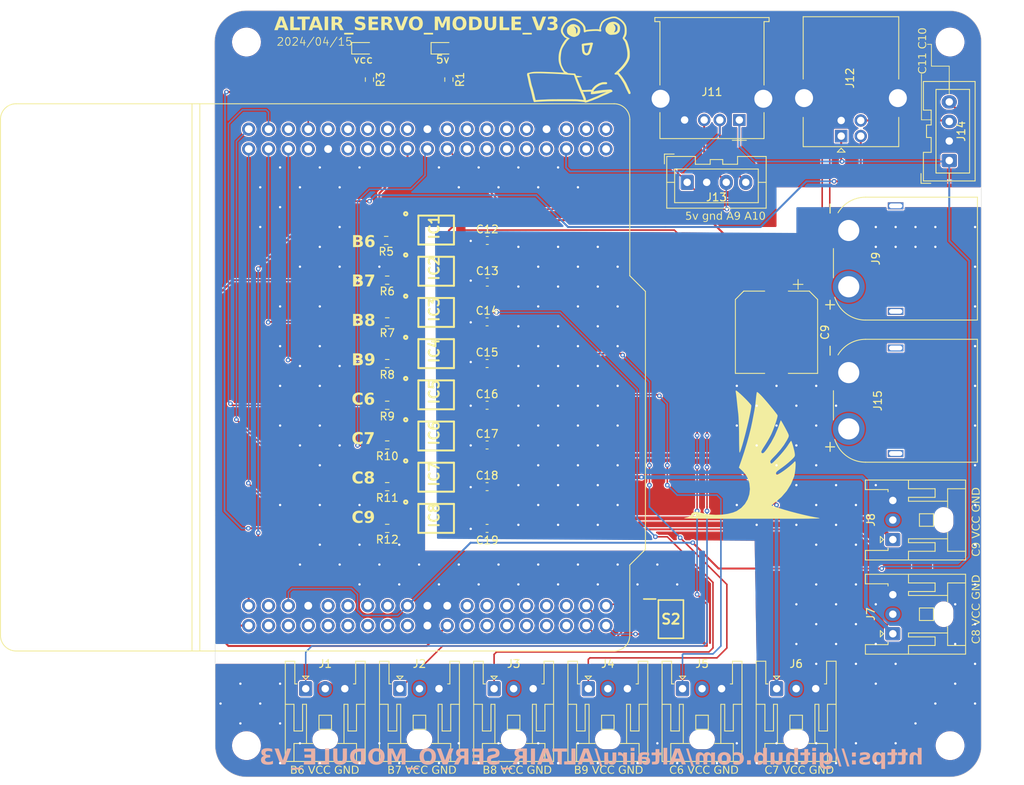
<source format=kicad_pcb>
(kicad_pcb (version 20221018) (generator pcbnew)
  (layers (0 "F.Cu" signal) (31 "B.Cu" signal) (34 "B.Paste" user) (35 "F.Paste" user) (36 "B.SilkS" user "B.Silkscreen") (37 "F.SilkS" user "F.Silkscreen") (38 "B.Mask" user) (39 "F.Mask" user) (44 "Edge.Cuts" user))
  (net 0 "")
  (net 1 "GND")
  (net 2 "+3.3V")
  (net 3 "VCC")
  (net 4 "GND1")
  (net 5 "s1")
  (net 6 "s2")
  (net 7 "s3")
  (net 8 "s4")
  (net 9 "s5")
  (net 10 "s6")
  (net 11 "s7")
  (net 12 "s8")
  (net 13 "B6")
  (net 14 "B7")
  (net 15 "B8")
  (net 16 "B9")
  (net 17 "Net-(IC1-ANODE)")
  (net 18 "Net-(IC2-ANODE)")
  (net 19 "Net-(IC3-ANODE)")
  (net 20 "Net-(IC4-ANODE)")
  (net 21 "Net-(IC5-ANODE)")
  (net 22 "Net-(IC6-ANODE)")
  (net 23 "Net-(IC7-ANODE)")
  (net 24 "Net-(IC8-ANODE)")
  (net 25 "Net-(LED1-A)")
  (net 26 "C6")
  (net 27 "C7")
  (net 28 "C8")
  (net 29 "C9")
  (net 30 "C10")
  (net 31 "C11")
  (net 32 "Net-(LED3-A)")
  (net 33 "+5V")
  (net 34 "A9")
  (net 35 "A10")
  (net 36 "Net-(U2-PC3)")
  (net 37 "Net-(U2-PC2)")
  (net 38 "Net-(U2-PC1(PB9))")
  (net 39 "Net-(U2-PC0(PB9))")
  (footprint "AltairMD_V6:altair1" (layer "F.Cu") (at 154.432 52.324)
    (fp_text reference "G***" hide)
    (fp_text value "LOGO" hide)
  )
  (footprint "Resistor_SMD:R_0603_1608Metric" (layer "F.Cu") (at 128.003 101.54187 180)
    (fp_text reference "R10")
    (fp_text value "100")
  )
  (footprint "LED_SMD:LED_0603_1608Metric" (layer "F.Cu") (at 124.9425 50.8)
    (fp_text reference "LED3")
    (fp_text value "vcc")
  )
  (footprint "SamacSys_Parts:11-4L1S_5-PIN-SOIC_" (layer "F.Cu") (at 134.264 74.05174 -90)
    (fp_text reference "IC1")
    (fp_text value "TLP152" hide)
  )
  (footprint "Connector_JST:JST_XA_S03B-XASK-1_1x03_P2.50mm_Horizontal" (layer "F.Cu") (at 192.68 125.69 90)
    (fp_text reference "J7")
    (fp_text value "servo")
  )
  (footprint "Capacitor_SMD:C_0603_1608Metric" (layer "F.Cu") (at 140.779 91.12787)
    (fp_text reference "C15")
    (fp_text value "0.1uF")
  )
  (footprint "Connector_AMASS:AMASS_XT60PW-M_1x02_P7.20mm_Horizontal" (layer "F.Cu") (at 187.04 74.105 -90)
    (fp_text reference "J9")
    (fp_text value "power")
  )
  (footprint "Resistor_SMD:R_0603_1608Metric" (layer "F.Cu") (at 128.003 80.45987 180)
    (fp_text reference "R6")
    (fp_text value "100")
  )
  (footprint "Connector_JST:JST_XA_S03B-XASK-1_1x03_P2.50mm_Horizontal" (layer "F.Cu") (at 165.775 132.715)
    (fp_text reference "J5")
    (fp_text value "servo")
  )
  (footprint "Resistor_SMD:R_0603_1608Metric" (layer "F.Cu") (at 128.003 112.20987 180)
    (fp_text reference "R12")
    (fp_text value "100")
  )
  (footprint "Connector_JST:JST_XA_S03B-XASK-1_1x03_P2.50mm_Horizontal" (layer "F.Cu") (at 153.725 132.715)
    (fp_text reference "J4")
    (fp_text value "servo")
  )
  (footprint "Capacitor_SMD:C_0603_1608Metric" (layer "F.Cu") (at 140.779 106.87587)
    (fp_text reference "C18")
    (fp_text value "0.1uF")
  )
  (footprint "SamacSys_Parts:11-4L1S_5-PIN-SOIC_" (layer "F.Cu") (at 134.264 110.93271 -90)
    (fp_text reference "IC8")
    (fp_text value "TLP152" hide)
  )
  (footprint "Resistor_SMD:R_0603_1608Metric" (layer "F.Cu") (at 128.003 96.46187 180)
    (fp_text reference "R9")
    (fp_text value "100")
  )
  (footprint "Resistor_SMD:R_0603_1608Metric" (layer "F.Cu") (at 127.875 75.37987 180)
    (fp_text reference "R5")
    (fp_text value "100")
  )
  (footprint "Connector_JST:JST_XA_S03B-XASK-1_1x03_P2.50mm_Horizontal" (layer "F.Cu") (at 141.675 132.715)
    (fp_text reference "J3")
    (fp_text value "servo")
  )
  (footprint "MountingHole:MountingHole_3.2mm_M3" (layer "F.Cu") (at 200 50)
    (fp_text reference "REF**" hide)
    (fp_text value "MountingHole_3.2mm_M3" hide)
  )
  (footprint "Resistor_SMD:R_0603_1608Metric" (layer "F.Cu") (at 135.89 54.801 -90)
    (fp_text reference "R1")
    (fp_text value "4.7k")
  )
  (footprint "Resistor_SMD:R_0603_1608Metric" (layer "F.Cu") (at 128.003 85.79387 180)
    (fp_text reference "R7")
    (fp_text value "100")
  )
  (footprint "Capacitor_SMD:C_0603_1608Metric" (layer "F.Cu") (at 140.805 80.71387)
    (fp_text reference "C13")
    (fp_text value "0.1uF")
  )
  (footprint "SamacSys_Parts:11-4L1S_5-PIN-SOIC_" (layer "F.Cu") (at 134.264 79.32045 -90)
    (fp_text reference "IC2")
    (fp_text value "TLP152" hide)
  )
  (footprint "Resistor_SMD:R_0603_1608Metric" (layer "F.Cu") (at 128.003 91.12787 180)
    (fp_text reference "R8")
    (fp_text value "100")
  )
  (footprint "Resistor_SMD:R_0603_1608Metric" (layer "F.Cu") (at 125.73 54.801 -90)
    (fp_text reference "R3")
    (fp_text value "4.7k")
  )
  (footprint "MountingHole:MountingHole_3.2mm_M3" (layer "F.Cu") (at 200 140)
    (fp_text reference "REF**" hide)
    (fp_text value "MountingHole_3.2mm_M3")
  )
  (footprint "SamacSys_Parts:11-4L1S_5-PIN-SOIC_" (layer "F.Cu") (at 134.264 84.58916 -90)
    (fp_text reference "IC3")
    (fp_text value "TLP152" hide)
  )
  (footprint "Capacitor_SMD:C_0603_1608Metric" (layer "F.Cu") (at 140.779 96.46187)
    (fp_text reference "C16")
    (fp_text value "0.1uF")
  )
  (footprint "Capacitor_SMD:C_0603_1608Metric" (layer "F.Cu") (at 140.779 101.54187)
    (fp_text reference "C17")
    (fp_text value "0.1uF")
  )
  (footprint "MountingHole:MountingHole_3.2mm_M3" (layer "F.Cu") (at 110 50)
    (fp_text reference "REF**" hide)
    (fp_text value "MountingHole_3.2mm_M3")
  )
  (footprint "Capacitor_SMD:C_0603_1608Metric" (layer "F.Cu") (at 140.779 112.20987)
    (fp_text reference "C19")
    (fp_text value "0.1uF")
  )
  (footprint "Connector_JST:JST_XA_S03B-XASK-1_1x03_P2.50mm_Horizontal" (layer "F.Cu") (at 117.575 132.715)
    (fp_text reference "J1")
    (fp_text value "servo")
  )
  (footprint "Capacitor_SMD:C_0603_1608Metric" (layer "F.Cu") (at 140.805 75.37987)
    (fp_text reference "C12")
    (fp_text value "0.1uF")
  )
  (footprint "SamacSys_Parts:SOIC127P600X175-8N" (layer "F.Cu") (at 164.293 123.825)
    (fp_text reference "S2")
    (fp_text value "KHS42E" hide)
  )
  (footprint "Capacitor_SMD:CP_Elec_10x10" (layer "F.Cu") (at 177.8 87.122 -90)
    (fp_text reference "C9")
    (fp_text value "330μf")
  )
  (footprint "Capacitor_SMD:C_0603_1608Metric" (layer "F.Cu") (at 140.779 85.79387)
    (fp_text reference "C14")
    (fp_text value "0.1uF")
  )
  (footprint "Connector_JST:JST_XA_S03B-XASK-1_1x03_P2.50mm_Horizontal" (layer "F.Cu") (at 177.815 132.715)
    (fp_text reference "J6")
    (fp_text value "servo")
  )
  (footprint "Connector_USB:USB_A_Molex_67643_Horizontal" (layer "F.Cu") (at 173.045 59.97 180)
    (fp_text reference "J11")
    (fp_text value "USB_A")
  )
  (footprint "SamacSys_Parts:11-4L1S_5-PIN-SOIC_" (layer "F.Cu") (at 134.264 95.12658 -90)
    (fp_text reference "IC5")
    (fp_text value "TLP152" hide)
  )
  (footprint "Connector_USB:USB_B_Lumberg_2411_02_Horizontal" (layer "F.Cu") (at 186.075 62.0325 90)
    (fp_text reference "J12")
    (fp_text value "USB_B")
  )
  (footprint "SamacSys_Parts:11-4L1S_5-PIN-SOIC_" (layer "F.Cu") (at 134.264 100.39529 -90)
    (fp_text reference "IC6")
    (fp_text value "TLP152" hide)
  )
  (footprint "Connector_JST:JST_XA_S03B-XASK-1_1x03_P2.50mm_Horizontal" (layer "F.Cu") (at 129.625 132.715)
    (fp_text reference "J2")
    (fp_text value "servo")
  )
  (footprint "SamacSys_Parts:11-4L1S_5-PIN-SOIC_" (layer "F.Cu") (at 134.264 89.85787 -90)
    (fp_text reference "IC4")
    (fp_text value "TLP152" hide)
  )
  (footprint "Library:sken" (layer "F.Cu") (at 174.752 109.22)
    (fp_text reference "G***" hide)
    (fp_text value "LOGO" hide)
  )
  (footprint "Connector_JST:JST_XA_B04B-XASK-1_1x04_P2.50mm_Vertical" (layer "F.Cu") (at 166.37 67.945)
    (fp_text reference "J13")
    (fp_text value "Conn_01x04")
  )
  (footprint "Connector_JST:JST_XA_S03B-XASK-1_1x03_P2.50mm_Horizontal" (layer "F.Cu") (at 192.68 113.64 90)
    (fp_text reference "J8")
    (fp_text value "servo")
  )
  (footprint "MountingHole:MountingHole_3.2mm_M3" (layer "F.Cu") (at 110 140)
    (fp_text reference "REF**" hide)
    (fp_text value "MountingHole_3.2mm_M3")
  )
  (footprint "LED_SMD:LED_0603_1608Metric" (layer "F.Cu") (at 135.1025 50.8)
    (fp_text reference "LED1")
    (fp_text value "5v")
  )
  (footprint "SamacSys_Parts:11-4L1S_5-PIN-SOIC_" (layer "F.Cu") (at 134.264 105.664 -90)
    (fp_text reference "IC7")
    (fp_text value "TLP152" hide)
  )
  (footprint "Library:STM32F446RE_Nucleo" (layer "F.Cu") (at 131.445 93.98 90)
    (fp_text reference "U2" hide)
    (fp_text value "~" hide)
  )
  (footprint "Resistor_SMD:R_0603_1608Metric" (layer "F.Cu") (at 128.003 106.87587 180)
    (fp_text reference "R11")
    (fp_text value "100")
  )
  (footprint "Connector_JST:JST_XA_B04B-XASK-1_1x04_P2.50mm_Vertical" (layer "F.Cu") (at 199.898 65.158 90)
    (fp_text reference "J14")
    (fp_text value "Conn_01x04")
  )
  (footprint "Connector_AMASS:AMASS_XT60PW-M_1x02_P7.20mm_Horizontal" (layer "F.Cu") (at 187.04 92.285 -90)
    (fp_text reference "J15")
    (fp_text value "power")
  )
  (gr_line (start 197.104 50.292) (end 197.612 50.292) (stroke (width 0.1)) (layer "F.SilkS"))
  (gr_line (start 197.612 53.086) (end 199.898 53.086) (stroke (width 0.1)) (layer "F.SilkS"))
  (gr_line (start 197.612 50.292) (end 197.612 53.086) (stroke (width 0.1)) (layer "F.SilkS"))
  (gr_line (start 199.898 53.086) (end 199.898 56.642) (stroke (width 0.1)) (layer "F.SilkS"))
  (gr_line (start 196.342 59.944) (end 197.612 59.944) (stroke (width 0.1)) (layer "F.SilkS"))
  (gr_line (start 196.342 54.102) (end 196.342 59.944) (stroke (width 0.1)) (layer "F.SilkS"))
  (gr_line (start 105.918 50.038) (end 106 140) (stroke (width 0.05)) (layer "Edge.Cuts"))
  (gr_arc (start 200 46) (mid 202.828427 47.171573) (end 204 50) (stroke (width 0.05)) (layer "Edge.Cuts"))
  (gr_line (start 204 140) (end 204 50) (stroke (width 0.05)) (layer "Edge.Cuts"))
  (gr_arc (start 110 144) (mid 107.171573 142.828427) (end 106 140) (stroke (width 0.05)) (layer "Edge.Cuts"))
  (gr_arc (start 105.918 50.038) (mid 107.108318 47.164318) (end 109.982 45.974) (stroke (width 0.05)) (layer "Edge.Cuts"))
  (gr_arc (start 204 140) (mid 202.828427 142.828427) (end 200 144) (stroke (width 0.05)) (layer "Edge.Cuts"))
  (gr_line (start 200 46) (end 109.982 45.974) (stroke (width 0.05)) (layer "Edge.Cuts"))
  (gr_line (start 110 144) (end 200 144) (stroke (width 0.05)) (layer "Edge.Cuts"))
  (gr_text "https://github.com/Altairu/ALTAIR_SERVO_MODULE_V3" (at 196.596 142.748) (layer "B.SilkS") (effects (font (size 2 2) (thickness 0.1)) (justify left bottom mirror)))
  (gr_text "C8 VCC GND" (at 203.962 127 90) (layer "F.SilkS") (effects (font (size 1 1) (thickness 0.1)) (justify left bottom)))
  (gr_text "5v gnd A9 A10" (at 166.116 72.898) (layer "F.SilkS") (effects (font (size 1 1) (thickness 0.1)) (justify left bottom)))
  (gr_text "C7 VCC GND" (at 176.276 143.764) (layer "F.SilkS") (effects (font (size 1 1) (thickness 0.1)) (justify left bottom)))
  (gr_text "B6\n\nB7\n\nB8\n\nB9\n\nC6\n\nC7\n\nC8\n\nC9" (at 123.444 111.76) (layer "F.SilkS") (effects (font (size 1.5 1.5) (thickness 0.3) bold) (justify left bottom)))
  (gr_text "B6 VCC GND" (at 115.57 143.764) (layer "F.SilkS") (effects (font (size 1 1) (thickness 0.1)) (justify left bottom)))
  (gr_text "B9 VCC GND" (at 151.892 143.764) (layer "F.SilkS") (effects (font (size 1 1) (thickness 0.1)) (justify left bottom)))
  (gr_text "C9 VCC GND" (at 203.962 115.824 90) (layer "F.SilkS") (effects (font (size 1 1) (thickness 0.1)) (justify left bottom)))
  (gr_text "B8 VCC GND" (at 140.208 143.764) (layer "F.SilkS") (effects (font (size 1 1) (thickness 0.1)) (justify left bottom)))
  (gr_text "C6 VCC GND" (at 164.084 143.764) (layer "F.SilkS") (effects (font (size 1 1) (thickness 0.1)) (justify left bottom)))
  (gr_text "2024/04/15" (at 113.792 50.546) (layer "F.SilkS") (effects (font (size 1 1) (thickness 0.1)) (justify left bottom)))
  (gr_text "C11 C10" (at 197.104 54.102 90) (layer "F.SilkS") (effects (font (size 1 1) (thickness 0.1)) (justify left bottom)))
  (gr_text "B7 VCC GND" (at 128.016 143.764) (layer "F.SilkS") (effects (font (size 1 1) (thickness 0.1)) (justify left bottom)))
  (gr_text "ALTAIR_SERVO_MODULE_V3" (at 113.538 48.768) (layer "F.SilkS") (effects (font (size 1.7 1.7) (thickness 0.3) bold) (justify left bottom)))
  (segment (start 131.05587 75.37987) (end 131.114 75.32174) (width 0.5) (layer "F.Cu") (net 1))
  (segment (start 130.99058 101.54187) (end 131.114 101.66529) (width 0.5) (layer "F.Cu") (net 1))
  (segment (start 131.04871 96.46187) (end 131.114 96.39658) (width 0.5) (layer "F.Cu") (net 1))
  (segment (start 131.10684 112.20987) (end 131.114 112.20271) (width 0.5) (layer "F.Cu") (net 1))
  (segment (start 130.98342 80.45987) (end 131.114 80.59045) (width 0.5) (layer "F.Cu") (net 1))
  (segment (start 131.04871 85.79387) (end 131.114 85.85916) (width 0.5) (layer "F.Cu") (net 1))
  (segment (start 131.05587 106.87587) (end 131.114 106.934) (width 0.5) (layer "F.Cu") (net 1))
  (via (at 157.48 116.84) (size 0.6) (drill 0.3) (layers "F.Cu" "B.Cu") (net 1))
  (via (at 119.38 99.06) (size 0.6) (drill 0.3) (layers "F.Cu" "B.Cu") (net 1))
  (via (at 119.38 76.2) (size 0.6) (drill 0.3) (layers "F.Cu" "B.Cu") (net 1))
  (via (at 114.3 71.12) (size 0.6) (drill 0.3) (layers "F.Cu" "B.Cu") (net 1))
  (via (at 137.16 68.58) (size 0.6) (drill 0.3) (layers "F.Cu" "B.Cu") (net 1))
  (via (at 116.84 116.84) (size 0.6) (drill 0.3) (layers "F.Cu" "B.Cu") (net 1))
  (via (at 111.76 73.66) (size 0.6) (drill 0.3) (layers "F.Cu" "B.Cu") (net 1))
  (via (at 124.46 109.22) (size 0.6) (drill 0.3) (layers "F.Cu" "B.Cu") (net 1))
  (via (at 165.1 119.38) (size 0.6) (drill 0.3) (layers "F.Cu" "B.Cu") (net 1))
  (via (at 144.78 66.04) (size 0.6) (drill 0.3) (layers "F.Cu" "B.Cu") (net 1))
  (via (at 121.92 73.66) (size 0.6) (drill 0.3) (layers "F.Cu" "B.Cu") (net 1))
  (via (at 137.16 116.84) (size 0.6) (drill 0.3) (layers "F.Cu" "B.Cu") (net 1))
  (via (at 124.46 66.04) (size 0.6) (drill 0.3) (layers "F.Cu" "B.Cu") (net 1))
  (via (at 160.02 119.38) (size 0.6) (drill 0.3) (layers "F.Cu" "B.Cu") (net 1))
  (via (at 114.3 93.98) (size 0.6) (drill 0.3) (layers "F.Cu" "B.Cu") (net 1))
  (via (at 142.24 68.58) (size 0.6) (drill 0.3) (layers "F.Cu" "B.Cu") (net 1))
  (via (at 111.76 68.58) (size 0.6) (drill 0.3) (layers "F.Cu" "B.Cu") (net 1))
  (via (at 119.38 93.98) (size 0.6) (drill 0.3) (layers "F.Cu" "B.Cu") (net 1))
  (via (at 114.3 99.06) (size 0.6) (drill 0.3) (layers "F.Cu" "B.Cu") (net 1))
  (via (at 134.62 119.38) (size 0.6) (drill 0.3) (layers "F.Cu" "B.Cu") (net 1))
  (via (at 124.46 119.38) (size 0.6) (drill 0.3) (layers "F.Cu" "B.Cu") (net 1))
  (via (at 121.92 78.74) (size 0.6) (drill 0.3) (layers "F.Cu" "B.Cu") (net 1))
  (via (at 121.92 91.44) (size 0.6) (drill 0.3) (layers "F.Cu" "B.Cu") (net 1))
  (via (at 116.84 68.58) (size 0.6) (drill 0.3) (layers "F.Cu" "B.Cu") (net 1))
  (via (at 121.92 101.6) (size 0.6) (drill 0.3) (layers "F.Cu" "B.Cu") (net 1))
  (via (at 127 78.74) (size 0.6) (drill 0.3) (layers "F.Cu" "B.Cu") (net 1))
  (via (at 116.84 101.6) (size 0.6) (drill 0.3) (layers "F.Cu" "B.Cu") (net 1))
  (via (at 139.7 66.04) (size 0.6) (drill 0.3) (layers "F.Cu" "B.Cu") (net 1))
  (via (at 142.24 116.84) (size 0.6) (drill 0.3) (layers "F.Cu" "B.Cu") (net 1))
  (via (at 144.78 119.38) (size 0.6) (drill 0.3) (layers "F.Cu" "B.Cu") (net 1))
  (via (at 114.3 83.82) (size 0.6) (drill 0.3) (layers "F.Cu" "B.Cu") (net 1))
  (via (at 147.32 68.58) (size 0.6) (drill 0.3) (layers "F.Cu" "B.Cu") (net 1))
  (via (at 124.46 114.3) (size 0.6) (drill 0.3) (layers "F.Cu" "B.Cu") (net 1))
  (via (at 119.38 104.14) (size 0.6) (drill 0.3) (layers "F.Cu" "B.Cu") (net 1))
  (via (at 114.3 66.04) (size 0.6) (drill 0.3) (layers "F.Cu" "B.Cu") (net 1))
  (via (at 129.54 114.3) (size 0.6) (drill 0.3) (layers "F.Cu" "B.Cu") (net 1))
  (via (at 129.54 119.38) (size 0.6) (drill 0.3) (layers "F.Cu" "B.Cu") (net 1))
  (via (at 152.4 68.58) (size 0.6) (drill 0.3) (layers "F.Cu" "B.Cu") (net 1))
  (via (at 114.3 88.9) (size 0.6) (drill 0.3) (layers "F.Cu" "B.Cu") (net 1))
  (via (at 116.84 91.44) (size 0.6) (drill 0.3) (layers "F.Cu" "B.Cu") (net 1))
  (via (at 119.38 88.9) (size 0.6) (drill 0.3) (layers "F.Cu" "B.Cu") (net 1))
  (via (at 119.38 114.3) (size 0.6) (drill 0.3) (layers "F.Cu" "B.Cu") (net 1))
  (via (at 132.08 116.84) (size 0.6) (drill 0.3) (layers "F.Cu" "B.Cu") (net 1))
  (via (at 116.84 78.74) (size 0.6) (drill 0.3) (layers "F.Cu" "B.Cu") (net 1))
  (via (at 149.86 119.38) (size 0.6) (drill 0.3) (layers "F.Cu" "B.Cu") (net 1))
  (via (at 121.92 68.58) (size 0.6) (drill 0.3) (layers "F.Cu" "B.Cu") (net 1))
  (via (at 119.38 109.22) (size 0.6) (drill 0.3) (layers "F.Cu" "B.Cu") (net 1))
  (via (at 139.7 119.38) (size 0.6) (drill 0.3) (layers "F.Cu" "B.Cu") (net 1))
  (via (at 114.3 109.22) (size 0.6) (drill 0.3) (layers "F.Cu" "B.Cu") (net 1))
  (via (at 147.32 116.84) (size 0.6) (drill 0.3) (layers "F.Cu" "B.Cu") (net 1))
  (via (at 119.38 83.82) (size 0.6) (drill 0.3) (layers "F.Cu" "B.Cu") (net 1))
  (via (at 152.4 116.84) (size 0.6) (drill 0.3) (layers "F.Cu" "B.Cu") (net 1))
  (via (at 154.94 119.38) (size 0.6) (drill 0.3) (layers "F.Cu" "B.Cu") (net 1))
  (via (at 134.62 66.04) (size 0.6) (drill 0.3) (layers "F.Cu" "B.Cu") (net 1))
  (via (at 162.56 116.84) (size 0.6) (drill 0.3) (layers "F.Cu" "B.Cu") (net 1))
  (via (at 127 116.84) (size 0.6) (drill 0.3) (layers "F.Cu" "B.Cu") (net 1))
  (via (at 119.38 66.04) (size 0.6) (drill 0.3) (layers "F.Cu" "B.Cu") (net 1))
  (via (at 149.86 66.04) (size 0.6) (drill 0.3) (layers "F.Cu" "B.Cu") (net 1))
  (via (at 121.92 116.84) (size 0.6) (drill 0.3) (layers "F.Cu" "B.Cu") (net 1))
  (segment (start 135.89 92.456) (end 135.89 93.98) (width 0.25) (layer "F.Cu") (net 3))
  (segment (start 197.866 86.614) (end 197.866 106.750699) (width 5) (layer "F.Cu") (net 3))
  (segment (start 185.223 83.122) (end 182.372 83.122) (width 5) (layer "F.Cu") (net 3))
  (segment (start 135.95529 109.66271) (end 135.89 109.728) (width 0.25) (layer "F.Cu") (net 3))
  (segment (start 135.89 93.85658) (end 135.89 93.98) (width 0.25) (layer "F.Cu") (net 3))
  (segment (start 168.275 132.715) (end 168.275 136.271) (width 2.54) (layer "F.Cu") (net 3))
  (segment (start 135.89 82.042) (end 135.89 83.312) (width 0.25) (layer "F.Cu") (net 3))
  (segment (start 197.866 98.044) (end 196.425 99.485) (width 5) (layer "F.Cu") (net 3))
  (segment (start 196.6448 81.305) (end 197.866 82.5262) (width 5) (layer "F.Cu") (net 3))
  (segment (start 141.478 97.79) (end 135.89 97.79) (width 0.25) (layer "F.Cu") (net 3))
  (segment (start 197.866 106.750699) (end 197.266349 107.35035) (width 5) (layer "F.Cu") (net 3))
  (segment (start 168.275 136.271) (end 168.656 136.652) (width 2.54) (layer "F.Cu") (net 3))
  (segment (start 195.4624 105.546401) (end 195.4624 109.9876) (width 2.54) (layer "F.Cu") (net 3))
  (segment (start 194.564 99.485) (end 191.262 99.485) (width 5) (layer "F.Cu") (net 3))
  (segment (start 180.315 136.423) (end 180.086 136.652) (width 2.54) (layer "F.Cu") (net 3))
  (segment (start 137.414 72.78174) (end 137.214 72.78174) (width 0.25) (layer "F.Cu") (net 3))
  (segment (start 135.89 103.124) (end 135.89 104.394) (width 0.25) (layer "F.Cu") (net 3))
  (segment (start 141.58 75.37987) (end 141.58 76.352) (width 0.25) (layer "F.Cu") (net 3))
  (segment (start 196.425 106.934) (end 196.425 107.696) (width 2.54) (layer "F.Cu") (net 3))
  (segment (start 132.125 132.715) (end 132.125 136.099) (width 2.54) (layer "F.Cu") (net 3))
  (segment (start 141.554 97.714) (end 141.478 97.79) (width 0.25) (layer "F.Cu") (net 3))
  (segment (start 141.554 112.20987) (end 141.68153 112.3374) (width 0.25) (layer "F.Cu") (net 3))
  (segment (start 195.4624 105.546401) (end 197.266349 107.35035) (width 2.54) (layer "F.Cu") (net 3))
  (segment (start 196.425 110.998) (end 196.425 115.316) (width 2.54) (layer "F.Cu") (net 3))
  (segment (start 141.554 101.54187) (end 141.554 102.794) (width 0.25) (layer "F.Cu") (net 3))
  (segment (start 196.283 111.14) (end 196.425 110.998) (width 2.54) (layer "F.Cu") (net 3))
  (segment (start 135.89 93.98) (end 135.89 97.79) (width 0.25) (layer "F.Cu") (net 3))
  (segment (start 169.30174 72.78174) (end 177.8 81.28) (width 0.25) (layer "F.Cu") (net 3))
  (segment (start 196.425 107.696) (end 197.612 107.696) (width 2.54) (layer "F.Cu") (net 3))
  (segment (start 141.224 107.95) (end 135.89 107.95) (width 0.25) (layer "F.Cu") (net 3))
  (segment (start 185.223 83.122) (end 187.04 81.305) (width 5) (layer "F.Cu") (net 3))
  (segment (start 191.008 115.316) (end 196.425 115.316) (width 0.25) (layer "F.Cu") (net 3))
  (segment (start 196.425 106.934) (end 196.425 101.346) (width 2.54) (layer "F.Cu") (net 3))
  (segment (start 191.262 99.485) (end 187.04 99.485) (width 5) (layer "F.Cu") (net 3))
  (segment (start 196.425 133.267) (end 193.04 136.652) (width 2.54) (layer "F.Cu") (net 3))
  (segment (start 120.075 135.569) (end 120.075 133.0304) (width 2.54) (layer "F.Cu") (net 3))
  (segment (start 196.425 101.7252) (end 196.425 106.934) (width 2.54) (layer "F.Cu") (net 3))
  (segment (start 156.225 136.637) (end 156.21 136.652) (width 2.54) (layer "F.Cu") (net 3))
  (segment (start 140.97 92.456) (end 135.89 92.456) (width 0.25) (layer "F.Cu") (net 3))
  (segment (start 188.0294 112.3374) (end 191.008 115.316) (width 0.25) (layer "F.Cu") (net 3))
  (segment (start 141.554 85.79387) (end 141.554 86.792) (width 0.25) (layer "F.Cu") (net 3))
  (segment (start 137.414 104.394) (end 135.89 104.394) (width 0.25) (layer "F.Cu") (net 3))
  (segment (start 135.89 104.394) (end 135.89 107.95) (width 0.25) (layer "F.Cu") (net 3))
  (segment (start 141.224 76.708) (end 135.89 76.708) (width 0.25) (layer "F.Cu") (net 3))
  (segment (start 197.866 92.202) (end 197.866 98.044) (width 5) (layer "F.Cu") (net 3))
  (segment (start 197.866 82.5262) (end 197.866 86.614) (width 5) (layer "F.Cu") (net 3))
  (segment (start 141.554 106.87587) (end 141.554 107.62) (width 0.25) (layer "F.Cu") (net 3))
  (segment (start 194.1848 99.485) (end 196.425 101.7252) (width 2.54) (layer "F.Cu") (net 3))
  (segment (start 120.075 133.0304) (end 120.075 132.715) (width 1.8) (layer "F.Cu") (net 3))
  (segment (start 195.4624 100.3834) (end 195.4624 105.546401) (width 2.54) (layer "F.Cu") (net 3))
  (segment (start 131.572 136.652) (end 121.158 136.652) (width 2.54) (layer "F.Cu") (net 3))
  (segment (start 182.372 83.122) (end 177.8 83.122) (width 5) (layer "F.Cu") (net 3))
  (segment (start 191.262 99.485) (end 191.262 98.806) (width 5) (layer "F.Cu") (net 3))
  (segment (start 181.61 49.53) (end 183.642 51.562) (width 0.2) (layer "F.Cu") (net 3))
  (segment (start 137.414 78.05045) (end 135.96245 78.05045) (width 0.25) (layer "F.Cu") (net 3))
  (segment (start 135.89 83.312) (end 135.89 87.122) (width 0.25) (layer "F.Cu") (net 3))
  (segment (start 141.554 86.792) (end 141.224 87.122) (width 0.25) (layer "F.Cu") (net 3))
  (segment (start 141.68153 112.3374) (end 188.0294 112.3374) (width 0.25) (layer "F.Cu") (net 3))
  (segment (start 195.4624 109.9876) (end 194.31 111.14) (width 2.54) (layer "F.Cu") (net 3))
  (segment (start 135.89 107.95) (end 135.89 109.474) (width 0.25) (layer "F.Cu") (net 3))
  (segment (start 198.628 106.68) (end 198.628 98.806) (width 2.54) (layer "F.Cu") (net 3))
  (segment (start 196.425 107.696) (end 196.425 109.040331) (width 2.54) (layer "F.Cu") (net 3))
  (segment (start 196.425 99.485) (end 194.564 99.485) (width 5) (layer "F.Cu") (net 3))
  (segment (start 135.89 77.978) (end 135.89 82.042) (width 0.25) (layer "F.Cu") (net 3))
  (segment (start 156.225 132.715) (end 156.225 136.637) (width 2.54) (layer "F.Cu") (net 3))
  (segment (start 127.508 55.626) (end 127.508 50.038) (width 0.2) (layer "F.Cu") (net 3))
  (segment (start 196.425 99.485) (end 196.425 107.696) (width 2.54) (layer "F.Cu") (net 3))
  (segment (start 177.8 81.28) (end 177.8 83.122) (width 0.25) (layer "F.Cu") (net 3))
  (segment (start 135.89 99.12529) (end 135.89 99.568) (width 0.25) (layer "F.Cu") (net 3))
  (segment (start 144.526 136.652) (end 131.572 136.652) (width 2.54) (layer "F.Cu") (net 3))
  (segment (start 137.214 72.78174) (end 135.89 74.10574) (width 0.25) (layer "F.Cu") (net 3))
  (segment (start 144.175 132.715) (end 144.175 136.301) (width 2.54) (layer "F.Cu") (net 3))
  (segment (start 156.21 136.652) (end 144.526 136.652) (width 2.54) (layer "F.Cu") (net 3))
  (segment (start 127.508 50.038) (end 128.016 49.53) (width 0.2) (layer "F.Cu") (net 3))
  (segment (start 140.47987 113.284) (end 141.554 112.20987) (width 0.25) (layer "F.Cu") (net 3))
  (segment (start 197.612 107.696) (end 198.628 106.68) (width 2.54) (layer "F.Cu") (net 3))
  (segment (start 144.175 136.301) (end 144.526 136.652) (width 2.54) (layer "F.Cu") (net 3))
  (segment (start 137.414 99.12529) (end 135.89 99.12529) (width 0.25) (layer "F.Cu") (net 3))
  (segment (start 135.89 113.284) (end 140.47987 113.284) (width 0.25) (layer "F.Cu") (net 3))
  (segment (start 141.224 103.124) (end 135.89 103.124) (width 0.25) (layer "F.Cu") (net 3))
  (segment (start 141.554 107.62) (end 141.224 107.95) (width 0.25) (layer "F.Cu") (net 3))
  (segment (start 137.414 83.31916) (end 135.89716 83.31916) (width 0.25) (layer "F.Cu") (net 3))
  (segment (start 183.642 81.852) (end 182.372 83.122) (width 0.2) (layer "F.Cu") (net 3))
  (segment (start 196.425 109.040331) (end 196.425 110.998) (width 2.54) (layer "F.Cu") (net 3))
  (segment (start 141.58 81.686) (end 141.224 82.042) (width 0.25) (layer "F.Cu") (net 3))
  (segment (start 194.31 111.14) (end 196.283 111.14) (width 2.54) (layer "F.Cu") (net 3))
  (segment (start 141.554 91.12787) (end 141.554 91.872) (width 0.25) (layer "F.Cu") (net 3))
  (segment (start 128.016 49.53) (end 181.61 49.53) (width 0.2) (layer "F.Cu") (net 3))
  (segment (start 135.89 88.646) (end 135.89 92.456) (width 0.25) (layer "F.Cu") (net 3))
  (segment (start 141.224 82.042) (end 135.89 82.042) (width 0.25) (layer "F.Cu") (net 3))
  (segment (start 135.89 109.728) (end 135.89 109.474) (width 0.25) (layer "F.Cu") (net 3))
  (segment (start 194.564 99.485) (end 195.4624 100.3834) (width 2.54) (layer "F.Cu") (net 3))
  (segment (start 132.125 136.099) (end 131.572 136.652) (width 2.54) (layer "F.Cu") (net 3))
  (segment (start 121.158 136.652) (end 120.075 135.569) (width 2.54) (layer "F.Cu") (net 3))
  (segment (start 135.96245 78.05045) (end 135.89 77.978) (width 0.25) (layer "F.Cu") (net 3))
  (segment (start 135.89 76.708) (end 135.89 77.978) (width 0.25) (layer "F.Cu") (net 3))
  (segment (start 180.086 136.652) (end 168.656 136.652) (width 2.54) (layer "F.Cu") (net 3))
  (segment (start 192.68 111.14) (end 194.31 111.14) (width 2.54) (layer "F.Cu") (net 3))
  (segment (start 192.68 123.19) (end 196.425 123.19) (width 2.54) (layer "F.Cu") (net 3))
  (segment (start 125.73 55.626) (end 127.508 55.626) (width 0.2) (layer "F.Cu") (net 3))
  (segment (start 141.554 96.46187) (end 141.554 97.714) (width 0.25) (layer "F.Cu") (net 3))
  (segment (start 141.58 76.352) (end 141.224 76.708) (width 0.25) (layer "F.Cu") (net 3))
  (segment (start 141.224 87.122) (end 135.89 87.122) (width 0.25) (layer "F.Cu") (net 3))
  (segment (start 198.628 98.806) (end 197.866 98.044) (width 2.54) (layer "F.Cu") (net 3))
  (segment (start 135.89 97.79) (end 135.89 99.568) (width 0.25) (layer "F.Cu") (net 3))
  (segment (start 135.89716 83.31916) (end 135.89 83.312) (width 0.25) (layer "F.Cu") (net 3))
  (segment (start 193.04 136.652) (end 180.086 136.652) (width 2.54) (layer "F.Cu") (net 3))
  (segment (start 191.262 99.485) (end 194.1848 99.485) (width 2.54) (layer "F.Cu") (net 3))
  (segment (start 141.554 91.872) (end 140.97 92.456) (width 0.25) (layer "F.Cu") (net 3))
  (segment (start 135.89 87.122) (end 135.89 88.646) (width 0.25) (layer "F.Cu") (net 3))
  (segment (start 180.315 132.715) (end 180.315 136.423) (width 2.54) (layer "F.Cu") (net 3))
  (segment (start 196.425 123.19) (end 196.425 133.267) (width 2.54) (layer "F.Cu") (net 3))
  (segment (start 183.642 51.562) (end 183.642 81.852) (width 0.2) (layer "F.Cu") (net 3))
  (segment (start 191.262 98.806) (end 197.866 92.202) (width 5) (layer "F.Cu") (net 3))
  (segment (start 196.425 115.316) (end 196.425 123.19) (width 2.54) (layer "F.Cu") (net 3))
  (segment (start 141.554 102.794) (end 141.224 103.124) (width 0.25) (layer "F.Cu") (net 3))
  (segment (start 137.414 109.66271) (end 135.95529 109.66271) (width 0.25) (layer "F.Cu") (net 3))
  (segment (start 137.414 93.85658) (end 135.89 93.85658) (width 0.25) (layer "F.Cu") (net 3))
  (segment (start 137.414 72.78174) (end 169.30174 72.78174) (width 0.25) (layer "F.Cu") (net 3))
  (segment (start 196.425 101.346) (end 194.564 99.485) (width 2.54) (layer "F.Cu") (net 3))
  (segment (start 197.866 86.614) (end 197.866 92.202) (width 5) (layer "F.Cu") (net 3))
  (segment (start 187.04 81.305) (end 196.6448 81.305) (width 5) (layer "F.Cu") (net 3))
  (segment (start 135.89 74.10574) (end 135.89 76.708) (width 0.25) (layer "F.Cu") (net 3))
  (segment (start 168.656 136.652) (end 156.21 136.652) (width 2.54) (layer "F.Cu") (net 3))
  (segment (start 137.414 88.58787) (end 135.94813 88.58787) (width 0.25) (layer "F.Cu") (net 3))
  (segment (start 135.89 109.474) (end 135.89 113.284) (width 0.25) (layer "F.Cu") (net 3))
  (segment (start 135.89 99.568) (end 135.89 103.124) (width 0.25) (layer "F.Cu") (net 3))
  (segment (start 141.58 80.71387) (end 141.58 81.686) (width 0.25) (layer "F.Cu") (net 3))
  (segment (start 135.94813 88.58787) (end 135.89 88.646) (width 0.25) (layer "F.Cu") (net 3))
  (segment (start 137.414 91.12787) (end 138.48813 91.12787) (width 0.2) (layer "F.Cu") (net 4))
  (segment (start 138.61871 101.66529) (end 138.684 101.6) (width 0.2) (layer "F.Cu") (net 4))
  (segment (start 138.67684 85.85916) (end 138.684 85.852) (width 0.2) (layer "F.Cu") (net 4))
  (segment (start 139.99684 112.20271) (end 140.004 112.20987) (width 0.2) (layer "F.Cu") (net 4))
  (segment (start 138.61871 112.20271) (end 138.684 112.268) (width 0.2) (layer "F.Cu") (net 4))
  (segment (start 138.684 85.852) (end 138.69116 85.85916) (width 0.2) (layer "F.Cu") (net 4))
  (segment (start 138.48813 91.12787) (end 138.684 90.932) (width 0.2) (layer "F.Cu") (net 4))
  (segment (start 139.93871 85.85916) (end 140.004 85.79387) (width 0.2) (layer "F.Cu") (net 4))
  (segment (start 138.684 112.268) (end 138.74929 112.20271) (width 0.2) (layer "F.Cu") (net 4))
  (segment (start 138.69116 85.85916) (end 139.93871 85.85916) (width 0.2) (layer "F.Cu") (net 4))
  (segment (start 137.414 96.39658) (end 138.56058 96.39658) (width 0.2) (layer "F.Cu") (net 4))
  (segment (start 139.94587 106.934) (end 140.004 106.87587) (width 0.2) (layer "F.Cu") (net 4))
  (segment (start 137.414 101.66529) (end 138.61871 101.66529) (width 0.2) (layer "F.Cu") (net 4))
  (segment (start 139.97187 75.32174) (end 140.03 75.37987) (width 0.2) (layer "F.Cu") (net 4))
  (segment (start 137.414 112.20271) (end 138.61871 112.20271) (width 0.2) (layer "F.Cu") (net 4))
  (segment (start 137.414 75.32174) (end 138.56774 75.32174) (width 0.2) (layer "F.Cu") (net 4))
  (segment (start 138.75645 80.59045) (end 139.90658 80.59045) (width 0.2) (layer "F.Cu") (net 4))
  (segment (start 138.684 90.932) (end 138.87987 91.12787) (width 0.2) (layer "F.Cu") (net 4))
  (segment (start 124.155 50.597) (end 126.238 48.514) (width 0.2) (layer "F.Cu") (net 4))
  (segment (start 124.155 50.8) (end 124.155 50.597) (width 0.2) (layer "F.Cu") (net 4))
  (segment (start 126.238 48.514) (end 181.356 48.514) (width 0.2) (layer "F.Cu") (net 4))
  (segment (start 138.80026 75.32174) (end 139.97187 75.32174) (width 0.2) (layer "F.Cu") (net 4))
  (segment (start 139.93871 96.39658) (end 140.004 96.46187) (width 0.2) (layer "F.Cu") (net 4))
  (segment (start 138.56058 96.39658) (end 138.684 96.52) (width 0.2) (layer "F.Cu") (net 4))
  (segment (start 138.61155 80.59045) (end 138.684 80.518) (width 0.2) (layer "F.Cu") (net 4))
  (segment (start 138.684 101.6) (end 138.74929 101.66529) (width 0.2) (layer "F.Cu") (net 4))
  (segment (start 138.684 106.934) (end 139.94587 106.934) (width 0.2) (layer "F.Cu") (net 4))
  (segment (start 138.684 75.438) (end 138.80026 75.32174) (width 0.2) (layer "F.Cu") (net 4))
  (segment (start 184.6136 51.7716) (end 184.6136 71.6786) (width 0.2) (layer "F.Cu") (net 4))
  (segment (start 184.6136 71.6786) (end 187.04 74.105) (width 0.2) (layer "F.Cu") (net 4))
  (segment (start 181.356 48.514) (end 184.6136 51.7716) (width 0.2) (layer "F.Cu") (net 4))
  (segment (start 138.74929 112.20271) (end 139.99684 112.20271) (width 0.2) (layer "F.Cu") (net 4))
  (segment (start 137.414 85.85916) (end 138.67684 85.85916) (width 0.2) (layer "F.Cu") (net 4))
  (segment (start 139.90658 80.59045) (end 140.03 80.71387) (width 0.2) (layer "F.Cu") (net 4))
  (segment (start 138.87987 91.12787) (end 140.004 91.12787) (width 0.2) (layer "F.Cu") (net 4))
  (segment (start 138.56774 75.32174) (end 138.684 75.438) (width 0.2) (layer "F.Cu") (net 4))
  (segment (start 138.684 80.518) (end 138.75645 80.59045) (width 0.2) (layer "F.Cu") (net 4))
  (segment (start 139.88058 101.66529) (end 140.004 101.54187) (width 0.2) (layer "F.Cu") (net 4))
  (segment (start 137.414 106.934) (end 138.684 106.934) (width 0.2) (layer "F.Cu") (net 4))
  (segment (start 138.80742 96.39658) (end 139.93871 96.39658) (width 0.2) (layer "F.Cu") (net 4))
  (segment (start 138.74929 101.66529) (end 139.88058 101.66529) (width 0.2) (layer "F.Cu") (net 4))
  (segment (start 138.684 96.52) (end 138.80742 96.39658) (width 0.2) (layer "F.Cu") (net 4))
  (segment (start 137.414 80.59045) (end 138.61155 80.59045) (width 0.2) (layer "F.Cu") (net 4))
  (via (at 180.34 142.24) (size 0.6) (drill 0.3) (layers "F.Cu" "B.Cu") (net 4))
  (via (at 198.12 76.2) (size 0.6) (drill 0.3) (layers "F.Cu" "B.Cu") (net 4))
  (via (at 149.86 96.52) (size 0.6) (drill 0.3) (layers "F.Cu" "B.Cu") (net 4))
  (via (at 154.94 142.24) (size 0.6) (drill 0.3) (layers "F.Cu" "B.Cu") (net 4))
  (via (at 106.68 134.62) (size 0.6) (drill 0.3) (layers "F.Cu" "B.Cu") (net 4))
  (via (at 200.66 132.08) (size 0.6) (drill 0.3) (layers "F.Cu" "B.Cu") (net 4))
  (via (at 144.78 91.44) (size 0.6) (drill 0.3) (layers "F.Cu" "B.Cu") (net 4))
  (via (at 152.4 104.14) (size 0.6) (drill 0.3) (layers "F.Cu" "B.Cu") (net 4))
  (via (at 147.32 78.74) (size 0.6) (drill 0.3) (layers "F.Cu" "B.Cu") (net 4))
  (via (at 182.88 104.14) (size 0.6) (drill 0.3) (layers "F.Cu" "B.Cu") (net 4))
  (via (at 147.32 104.14) (size 0.6) (drill 0.3) (layers "F.Cu" "B.Cu") (net 4))
  (via (at 154.94 111.76) (size 0.6) (drill 0.3) (layers "F.Cu" "B.Cu") (net 4))
  (via (at 144.78 101.6) (size 0.6) (drill 0.3) (layers "F.Cu" "B.Cu") (net 4))
  (via (at 203.2 83.82) (size 0.6) (drill 0.3) (layers "F.Cu" "B.Cu") (net 4))
  (via (at 190.5 142.24) (size 0.6) (drill 0.3) (layers "F.Cu" "B.Cu") (net 4))
  (via (at 180.34 121.92) (size 0.6) (drill 0.3) (layers "F.Cu" "B.Cu") (net 4))
  (via (at 203.2 104.14) (size 0.6) (drill 0.3) (layers "F.Cu" "B.Cu") (net 4))
  (via (at 144.78 86.36) (size 0.6) (drill 0.3) (layers "F.Cu" "B.Cu") (net 4))
  (via (at 203.2 114.3) (size 0.6) (drill 0.3) (layers "F.Cu" "B.Cu") (net 4))
  (via (at 182.88 129.54) (size 0.6) (drill 0.3) (layers "F.Cu" "B.Cu") (net 4))
  (via (at 180.34 101.6) (size 0.6) (drill 0.3) (layers "F.Cu" "B.Cu") (net 4))
  (via (at 165.1 142.24) (size 0.6) (drill 0.3) (layers "F.Cu" "B.Cu") (net 4))
  (via (at 154.94 76.2) (size 0.6) (drill 0.3) (layers "F.Cu" "B.Cu") (net 4))
  (via (at 157.48 104.14) (size 0.6) (drill 0.3) (layers "F.Cu" "B.Cu") (net 4))
  (via (at 172.72 93.98) (size 0.6) (drill 0.3) (layers "F.Cu" "B.Cu") (net 4))
  (via (at 203.2 129.54) (size 0.6) (drill 0.3) (layers "F.Cu" "B.Cu") (net 4))
  (via (at 147.32 109.22) (size 0.6) (drill 0.3) (layers "F.Cu" "B.Cu") (net 4))
  (via (at 195.58 76.2) (size 0.6) (drill 0.3) (layers "F.Cu" "B.Cu") (net 4))
  (via (at 144.78 111.76) (size 0.6) (drill 0.3) (layers "F.Cu" "B.Cu") (net 4))
  (via (at 154.94 106.68) (size 0.6) (drill 0.3) (layers "F.Cu" "B.Cu") (net 4))
  (via (at 187.96 129.54) (size 0.6) (drill 0.3) (layers "F.Cu" "B.Cu") (net 4))
  (via (at 190.5 127) (size 0.6) (drill 0.3) (layers "F.Cu" "B.Cu") (net 4))
  (via (at 187.96 119.38) (size 0.6) (drill 0.3) (layers "F.Cu" "B.Cu") (net 4))
  (via (at 114.3 132.08) (size 0.6) (drill 0.3) (layers "F.Cu" "B.Cu") (net 4))
  (via (at 119.38 142.24) (size 0.6) (drill 0.3) (layers "F.Cu" "B.Cu") (net 4))
  (via (at 177.8 99.06) (size 0.6) (drill 0.3) (layers "F.Cu" "B.Cu") (net 4))
  (via (at 187.96 124.46) (size 0.6) (drill 0.3) (layers "F.Cu" "B.Cu") (net 4))
  (via (at 195.58 137.16) (size 0.6) (drill 0.3) (layers "F.Cu" "B.Cu") (net 4))
  (via (at 139.7 142.24) (size 0.6) (drill 0.3) (layers "F.Cu" "B.Cu") (net 4))
  (via (at 144.78 81.28) (size 0.6) (drill 0.3) (layers "F.Cu" "B.Cu") (net 4))
  (via (at 157.48 99.06) (size 0.6) (drill 0.3) (layers "F.Cu" "B.Cu") (net 4))
  (via (at 147.32 93.98) (size 0.6) (drill 0.3) (layers "F.Cu" "B.Cu") (net 4))
  (via (at 152.4 93.98) (size 0.6) (drill 0.3) (layers "F.Cu" "B.Cu") (net 4))
  (via (at 182.88 99.06) (size 0.6) (drill 0.3) (layers "F.Cu" "B.Cu") (net 4))
  (via (at 138.684 106.934) (size 0.6) (drill 0.3) (layers "F.Cu" "B.Cu") (net 4))
  (via (at 138.684 75.438) (size 0.6) (drill 0.3) (layers "F.Cu" "B.Cu") (net 4))
  (via (at 203.2 124.46) (size 0.6) (drill 0.3) (layers "F.Cu" "B.Cu") (net 4))
  (via (at 116.84 139.7) (size 0.6) (drill 0.3) (layers "F.Cu" "B.Cu") (net 4))
  (via (at 180.34 106.68) (size 0.6) (drill 0.3) (layers "F.Cu" "B.Cu") (net 4))
  (via (at 198.12 73.66) (size 0.6) (drill 0.3) (layers "F.Cu" "B.Cu") (net 4))
  (via (at 149.86 81.28) (size 0.6) (drill 0.3) (layers "F.Cu" "B.Cu") (net 4))
  (via (at 147.32 88.9) (size 0.6) (drill 0.3) (layers "F.Cu" "B.Cu") (net 4))
  (via (at 182.88 93.98) (size 0.6) (drill 0.3) (layers "F.Cu" "B.Cu") (net 4))
  (via (at 147.32 99.06) (size 0.6) (drill 0.3) (layers "F.Cu" "B.Cu") (net 4))
  (via (at 193.04 73.66) (size 0.6) (drill 0.3) (layers "F.Cu" "B.Cu") (net 4))
  (via (at 154.94 101.6) (size 0.6) (drill 0.3) (layers "F.Cu" "B.Cu") (net 4))
  (via (at 177.8 93.98) (size 0.6) (drill 0.3) (layers "F.Cu" "B.Cu") (net 4))
  (via (at 157.48 109.22) (size 0.6) (drill 0.3) (layers "F.Cu" "B.Cu") (net 4))
  (via (at 157.48 78.74) (size 0.6) (drill 0.3) (layers "F.Cu" "B.Cu") (net 4))
  (via (at 185.42 106.68) (size 0.6) (drill 0.3) (layers "F.Cu" "B.Cu") (net 4))
  (via (at 180.34 96.52) (size 0.6) (drill 0.3) (layers "F.Cu" "B.Cu") (net 4))
  (via (at 134.62 142.24) (size 0.6) (drill 0.3) (layers "F.Cu" "B.Cu") (net 4))
  (via (at 177.8 104.14) (size 0.6) (drill 0.3) (layers "F.Cu" "B.Cu") (net 4))
  (via (at 147.32 83.82) (size 0.6) (drill 0.3) (layers "F.Cu" "B.Cu") (net 4))
  (via (at 124.46 142.24) (size 0.6) (drill 0.3) (layers "F.Cu" "B.Cu") (net 4))
  (via (at 182.88 139.7) (size 0.6) (drill 0.3) (layers "F.Cu" "B.Cu") (net 4))
  (via (at 127 139.7) (size 0.6) (drill 0.3) (layers "F.Cu" "B.Cu") (net 4))
  (via (at 172.72 139.7) (size 0.6) (drill 0.3) (layers "F.Cu" "B.Cu") (net 4))
  (via (at 182.88 119.38) (size 0.6) (drill 0.3) (layers "F.Cu" "B.Cu") (net 4))
  (via (at 185.42 121.92) (size 0.6) (drill 0.3) (layers "F.Cu" "B.Cu") (net 4))
  (via (at 198.12 134.62) (size 0.6) (drill 0.3) (layers "F.Cu" "B.Cu") (net 4))
  (via (at 154.94 86.36) (size 0.6) (drill 0.3) (layers "F.Cu" "B.Cu") (net 4))
  (via (at 170.18 142.24) (size 0.6) (drill 0.3) (layers "F.Cu" "B.Cu") (net 4))
  (via (at 157.48 88.9) (size 0.6) (drill 0.3) (layers "F.Cu" "B.Cu") (net 4))
  (via (at 142.24 139.7) (size 0.6) (drill 0.3) (layers "F.Cu" "B.Cu") (net 4))
  (via (at 149.86 91.44) (size 0.6) (drill 0.3) (layers "F.Cu" "B.Cu") (net 4))
  (via (at 152.4 83.82) (size 0.6) (drill 0.3) (layers "F.Cu" "B.Cu") (net 4))
  (via (at 149.86 76.2) (size 0.6) (drill 0.3) (layers "F.Cu" "B.Cu") (net 4))
  (via (at 203.2 119.38) (size 0.6) (drill 0.3) (layers "F.Cu" "B.Cu") (net 4))
  (via (at 157.48 93.98) (size 0.6) (drill 0.3) (layers "F.Cu" "B.Cu") (net 4))
  (via (at 200.66 127) (size 0.6) (drill 0.3) (layers "F.Cu" "B.Cu") (net 4))
  (via (at 138.684 80.518) (size 0.6) (drill 0.3) (layers "F.Cu" "B.Cu") (net 4))
  (via (at 175.26 96.52) (size 0.6) (drill 0.3) (layers "F.Cu" "B.Cu") (net 4))
  (via (at 185.42 96.52) (size 0.6) (drill 0.3) (layers "F.Cu" "B.Cu") (net 4))
  (via (at 193.04 129.54) (size 0.6) (drill 0.3) (layers "F.Cu" "B.Cu") (net 4))
  (via (at 182.88 124.46) (size 0.6) (drill 0.3) (layers "F.Cu" "B.Cu") (net 4))
  (via (at 185.42 111.76) (size 0.6) (drill 0.3) (layers "F.Cu" "B.Cu") (net 4))
  (via (at 138.684 90.932) (size 0.6) (drill 0.3) (layers "F.Cu" "B.Cu") (net 4))
  (via (at 193.04 76.2) (size 0.6) (drill 0.3) (layers "F.Cu" "B.Cu") (net 4))
  (via (at 109.22 137.16) (size 0.6) (drill 0.3) (layers "F.Cu" "B.Cu") (net 4))
  (via (at 138.684 112.268) (size 0.6) (drill 0.3) (layers "F.Cu" "B.Cu") (net 4))
  (via (at 154.94 96.52) (size 0.6) (drill 0.3) (layers "F.Cu" "B.Cu") (net 4))
  (via (at 160.02 142.24) (size 0.6) (drill 0.3) (layers "F.Cu" "B.Cu") (net 4))
  (via (at 144.78 142.24) (size 0.6) (drill 0.3) (layers "F.Cu" "B.Cu") (net 4))
  (via (at 182.88 109.22) (size 0.6) (drill 0.3) (layers "F.Cu" "B.Cu") (net 4))
  (via (at 203.2 99.06) (size 0.6) (drill 0.3) (layers "F.Cu" "B.Cu") (net 4))
  (via (at 187.96 139.7) (size 0.6) (drill 0.3) (layers "F.Cu" "B.Cu") (net 4))
  (via (at 203.2 134.62) (size 0.6) (drill 0.3) (layers "F.Cu" "B.Cu") (net 4))
  (via (at 138.684 101.6) (size 0.6) (drill 0.3) (layers "F.Cu" "B.Cu") (net 4))
  (via (at 114.3 137.16) (size 0.6) (drill 0.3) (layers "F.Cu" "B.Cu") (net 4))
  (via (at 203.2 73.66) (size 0.6) (drill 0.3) (layers "F.Cu" "B.Cu") (net 4))
  (via (at 175.26 142.24) (size 0.6) (drill 0.3) (layers "F.Cu" "B.Cu") (net 4))
  (via (at 172.72 99.06) (size 0.6) (drill 0.3) (layers "F.Cu" "B.Cu") (net 4))
  (via (at 162.56 139.7) (size 0.6) (drill 0.3) (layers "F.Cu" "B.Cu") (net 4))
  (via (at 172.72 109.22) (size 0.6) (drill 0.3) (layers "F.Cu" "B.Cu") (net 4))
  (via (at 149.86 111.76) (size 0.6) (drill 0.3) (layers "F.Cu" "B.Cu") (net 4))
  (via (at 177.8 139.7) (size 0.6) (drill 0.3) (layers "F.Cu" "B.Cu") (net 4))
  (via (at 154.94 81.28) (size 0.6) (drill 0.3) (layers "F.Cu" "B.Cu") (net 4))
  (via (at 175.26 101.6) (size 0.6) (drill 0.3) (layers "F.Cu" "B.Cu") (net 4))
  (via (at 152.4 99.06) (size 0.6) (drill 0.3) (layers "F.Cu" "B.Cu") (net 4))
  (via (at 190.5 106.68) (size 0.6) (drill 0.3) (layers "F.Cu" "B.Cu") (net 4))
  (via (at 203.2 93.98) (size 0.6) (drill 0.3) (layers "F.Cu" "B.Cu") (net 4))
  (via (at 137.16 139.7) (size 0.6) (drill 0.3) (layers "F.Cu" "B.Cu") (net 4))
  (via (at 152.4 109.22) (size 0.6) (drill 0.3) (layers "F.Cu" "B.Cu") (net 4))
  (via (at 195.58 73.66) (size 0.6) (drill 0.3) (layers "F.Cu" "B.Cu") (net 4))
  (via (at 138.684 85.852) (size 0.6) (drill 0.3) (layers "F.Cu" "B.Cu") (net 4))
  (via (at 149.86 106.68) (size 0.6) (drill 0.3) (layers "F.Cu" "B.Cu") (net 4))
  (via (at 190.5 76.2) (size 0.6) (drill 0.3) (layers "F.Cu" "B.Cu") (net 4))
  (via (at 152.4 78.74) (size 0.6) (drill 0.3) (layers "F.Cu" "B.Cu") (net 4))
  (via (at 149.86 101.6) (size 0.6) (drill 0.3) (layers "F.Cu" "B.Cu") (net 4))
  (via (at 152.4 88.9) (size 0.6) (drill 0.3) (layers "F.Cu" "B.Cu") (net 4))
  (via (at 185.42 142.24) (size 0.6) (drill 0.3) (layers "F.Cu" "B.Cu") (net 4))
  (via (at 129.54 142.24) (size 0.6) (drill 0.3) (layers "F.Cu" "B.Cu") (net 4))
  (via (at 187.96 109.22) (size 0.6) (drill 0.3) (layers "F.Cu" "B.Cu") (net 4))
  (via (at 180.34 111.76) (size 0.6) (drill 0.3) (layers "F.Cu" "B.Cu") (net 4))
  (via (at 203.2 109.22) (size 0.6) (drill 0.3) (layers "F.Cu" "B.Cu") (net 4))
  (via (at 147.32 139.7) (size 0.6) (drill 0.3) (layers "F.Cu" "B.Cu") (net 4))
  (via (at 109.22 132.08) (size 0.6) (drill 0.3) (layers "F.Cu" "B.Cu") (net 4))
  (via (at 190.5 132.08) (size 0.6) (drill 0.3) (layers "F.Cu" "B.Cu") (net 4))
  (via (at 144.78 106.68) (size 0.6) (drill 0.3) (layers "F.Cu" "B.Cu") (net 4))
  (via (at 187.96 114.3) (size 0.6) (drill 0.3) (layers "F.Cu" "B.Cu") (net 4))
  (via (at 185.42 127) (size 0.6) (drill 0.3) (layers "F.Cu" "B.Cu") (net 4))
  (via (at 152.4 139.7) (size 0.6) (drill 0.3) (layers "F.Cu" "B.Cu") (net 4))
  (via (at 193.04 139.7) (size 0.6) (drill 0.3) (layers "F.Cu" "B.Cu") (net 4))
  (via (at 114.3 142.24) (size 0.6) (drill 0.3) (layers "F.Cu" "B.Cu") (net 4))
  (via (at 111.76 134.62) (size 0.6) (drill 0.3) (layers "F.Cu" "B.Cu") (net 4))
  (via (at 154.94 91.44) (size 0.6) (drill 0.3) (layers "F.Cu" "B.Cu") (net 4))
  (via (at 190.5 73.66) (size 0.6) (drill 0.3) (layers "F.Cu" "B.Cu") (net 4))
  (via (at 200.66 121.92) (size 0.6) (drill 0.3) (layers "F.Cu" "B.Cu") (net 4))
  (via (at 138.684 96.52) (size 0.6) (drill 0.3) (layers "F.Cu" "B.Cu") (net 4))
  (via (at 180.34 127) (size 0.6) (drill 0.3) (layers "F.Cu" "B.Cu") (net 4))
  (via (at 203.2 88.9) (size 0.6) (drill 0.3) (layers "F.Cu" "B.Cu") (net 4))
  (via (at 149.86 86.36) (size 0.6) (drill 0.3) (layers "F.Cu" "B.Cu") (net 4))
  (via (at 144.78 76.2) (size 0.6) (drill 0.3) (layers "F.Cu" "B.Cu") (net 4))
  (via (at 203.2 78.74) (size 0.6) (drill 0.3) (layers "F.Cu" "B.Cu") (net 4))
  (via (at 182.88 114.3) (size 0.6) (drill 0.3) (layers "F.Cu" "B.Cu") (net 4))
  (via (at 157.48 83.82) (size 0.6) (drill 0.3) (layers "F.Cu" "B.Cu") (net 4))
  (via (at 190.5 121.92) (size 0.6) (drill 0.3) (layers "F.Cu" "B.Cu") (net 4))
  (via (at 175.26 111.76) (size 0.6) (drill 0.3) (layers "F.Cu" "B.Cu") (net 4))
  (via (at 149.86 142.24) (size 0.6) (drill 0.3) (layers "F.Cu" "B.Cu") (net 4))
  (via (at 144.78 96.52) (size 0.6) (drill 0.3) (layers "F.Cu" "B.Cu") (net 4))
  (segment (start 168.91 109.474) (end 168.91 109.982) (width 0.2) (layer "F.Cu") (net 5))
  (segment (start 168.91 104.394) (end 168.91 109.474) (width 0.2) (layer "F.Cu") (net 5))
  (segment (start 164.72974 74.05174) (end 168.91 78.232) (width 0.2) (layer "F.Cu") (net 5))
  (segment (start 137.414 74.05174) (end 164.72974 74.05174) (width 0.2) (layer "F.Cu") (net 5))
  (segment (start 168.91 78.232) (end 168.91 100.33) (width 0.2) (layer "F.Cu") (net 5))
  (via (at 168.91 109.982) (size 0.6) (drill 0.3) (layers "F.Cu" "B.Cu") (net 5))
  (via (at 168.91 104.394) (size 0.6) (drill 0.3) (layers "F.Cu" "B.Cu") (net 5))
  (via (at 168.91 100.33) (size 0.6) (drill 0.3) (layers "F.Cu" "B.Cu") (net 5))
  (segment (start 117.575 128.043) (end 117.575 132.715) (width 0.2) (layer "B.Cu") (net 5))
  (segment (start 168.402 127.254) (end 118.364 127.254) (width 0.2) (layer "B.Cu") (net 5))
  (segment (start 168.91 109.982) (end 168.91 126.746) (width 0.2) (layer "B.Cu") (net 5))
  (segment (start 168.91 126.746) (end 168.402 127.254) (width 0.2) (layer "B.Cu") (net 5))
  (segment (start 168.91 100.33) (end 168.91 104.394) (width 0.2) (layer "B.Cu") (net 5))
  (segment (start 118.364 127.254) (end 117.575 128.043) (width 0.2) (layer "B.Cu") (net 5))
  (segment (start 167.64 79.756) (end 167.64 100.33) (width 0.2) (layer "F.Cu") (net 6))
  (segment (start 167.64 104.394) (end 167.64 109.982) (width 0.2) (layer "F.Cu") (net 6))
  (segment (start 135.086 127.254) (end 129.625 132.715) (width 0.2) (layer "F.Cu") (net 6))
  (segment (start 168.91 121.92) (end 168.91 127.254) (width 0.2) (layer "F.Cu") (net 6))
  (segment (start 168.91 127.254) (end 135.086 127.254) (width 0.2) (layer "F.Cu") (net 6))
  (segment (start 167.20445 79.32045) (end 167.64 79.756) (width 0.2) (layer "F.Cu") (net 6))
  (segment (start 167.64 120.65) (end 168.91 121.92) (width 0.2) (layer "F.Cu") (net 6))
  (segment (start 137.414 79.32045) (end 167.20445 79.32045) (width 0.2) (layer "F.Cu") (net 6))
  (via (at 167.64 120.65) (size 0.6) (drill 0.3) (layers "F.Cu" "B.Cu") (net 6))
  (via (at 167.64 100.33) (size 0.6) (drill 0.3) (layers "F.Cu" "B.Cu") (net 6))
  (via (at 167.64 109.982) (size 0.6) (drill 0.3) (layers "F.Cu" "B.Cu") (net 6))
  (via (at 167.64 104.394) (size 0.6) (drill 0.3) (layers "F.Cu" "B.Cu") (net 6))
  (segment (start 167.64 109.982) (end 167.64 120.65) (width 0.2) (layer "B.Cu") (net 6))
  (segment (start 167.64 100.33) (end 167.64 104.394) (width 0.2) (layer "B.Cu") (net 6))
  (segment (start 141.675 132.715) (end 141.675 128.327) (width 0.2) (layer "F.Cu") (net 7))
  (segment (start 169.164 128.016) (end 169.672 127.508) (width 0.2) (layer "F.Cu") (net 7))
  (segment (start 141.97884 84.58916) (end 137.414 84.58916) (width 0.2) (layer "F.Cu") (net 7))
  (segment (start 163.83 113.284) (end 162.306 113.284) (width 0.2) (layer "F.Cu") (net 7))
  (segment (start 141.986 84.582) (end 141.97884 84.58916) (width 0.2) (layer "F.Cu") (net 7))
  (segment (start 169.672 127.508) (end 169.672 119.126) (width 0.2) (layer "F.Cu") (net 7))
  (segment (start 141.675 128.327) (end 141.986 128.016) (width 0.2) (layer "F.Cu") (net 7))
  (segment (start 169.672 119.126) (end 163.83 113.284) (width 0.2) (layer "F.Cu") (net 7))
  (segment (start 141.986 128.016) (end 169.164 128.016) (width 0.2) (layer "F.Cu") (net 7))
  (via (at 141.986 84.582) (size 0.6) (drill 0.3) (layers "F.Cu" "B.Cu") (net 7))
  (via (at 162.306 113.284) (size 0.6) (drill 0.3) (layers "F.Cu" "B.Cu") (net 7))
  (segment (start 159.9756 110.9536) (end 159.9756 94.4436) (width 0.2) (layer "B.Cu") (net 7))
  (segment (start 162.306 113.284) (end 159.9756 110.9536) (width 0.2) (layer "B.Cu") (net 7))
  (segment (start 159.9756 94.4436) (end 150.114 84.582) (width 0.2) (layer "B.Cu") (net 7))
  (segment (start 150.114 84.582) (end 141.986 84.582) (width 0.2) (layer "B.Cu") (net 7))
  (segment (start 157.92987 89.85787) (end 158.115 90.043) (width 0.2) (layer "F.Cu") (net 8))
  (segment (start 171.45 127.508) (end 170.18 128.778) (width 0.2) (layer "F.Cu") (net 8))
  (segment (start 165.481 113.411) (end 171.45 119.38) (width 0.2) (layer "F.Cu") (net 8))
  (segment (start 153.924 128.778) (end 153.725 128.977) (width 0.2) (layer "F.Cu") (net 8))
  (segment (start 170.18 128.778) (end 153.924 128.778) (width 0.2) (layer "F.Cu") (net 8))
  (segment (start 171.45 119.38) (end 171.45 127.508) (width 0.2) (layer "F.Cu") (net 8))
  (segment (start 137.414 89.85787) (end 157.92987 89.85787) (width 0.2) (layer "F.Cu") (net 8))
  (segment (start 161.544 106.68) (end 161.544 104.14) (width 0.2) (layer "F.Cu") (net 8))
  (segment (start 153.725 128.977) (end 153.725 132.715) (width 0.2) (layer "F.Cu") (net 8))
  (via (at 161.544 104.14) (size 0.6) (drill 0.3) (layers "F.Cu" "B.Cu") (net 8))
  (via (at 161.544 106.68) (size 0.6) (drill 0.3) (layers "F.Cu" "B.Cu") (net 8))
  (via (at 158.115 90.043) (size 0.6) (drill 0.3) (layers "F.Cu" "B.Cu") (net 8))
  (via (at 165.481 113.411) (size 0.6) (drill 0.3) (layers "F.Cu" "B.Cu") (net 8))
  (segment (start 161.544 109.474) (end 161.544 106.68) (width 0.2) (layer "B.Cu") (net 8))
  (segment (start 161.544 93.472) (end 158.115 90.043) (width 0.2) (layer "B.Cu") (net 8))
  (segment (start 157.988 89.916) (end 158.115 90.043) (width 0.2) (layer "B.Cu") (net 8))
  (segment (start 161.544 104.14) (end 161.544 93.472) (width 0.2) (layer "B.Cu") (net 8))
  (segment (start 165.481 113.411) (end 161.544 109.474) (width 0.2) (layer "B.Cu") (net 8))
  (segment (start 163.83 106.68) (end 163.83 104.14) (width 0.2) (layer "F.Cu") (net 9))
  (segment (start 162.814 95.25) (end 162.69058 95.12658) (width 0.2) (layer "F.Cu") (net 9))
  (segment (start 162.69058 95.12658) (end 137.414 95.12658) (width 0.2) (layer "F.Cu") (net 9))
  (via (at 163.83 104.14) (size 0.6) (drill 0.3) (layers "F.Cu" "B.Cu") (net 9))
  (via (at 163.83 106.68) (size 0.6) (drill 0.3) (layers "F.Cu" "B.Cu") (net 9))
  (via (at 162.814 95.25) (size 0.6) (drill 0.3) (layers "F.Cu" "B.Cu") (net 9))
  (segment (start 165.775 132.715) (end 165.775 128.357) (width 0.2) (layer "B.Cu") (net 9))
  (segment (start 170.688 108.458) (end 170.18 107.95) (width 0.2) (layer "B.Cu") (net 9))
  (segment (start 165.1 107.95) (end 163.83 106.68) (width 0.2) (layer "B.Cu") (net 9))
  (segment (start 170.18 107.95) (end 165.1 107.95) (width 0.2) (layer "B.Cu") (net 9))
  (segment (start 169.672 128.27) (end 170.688 127.254) (width 0.2) (layer "B.Cu") (net 9))
  (segment (start 163.83 96.266) (end 163.83 104.14) (width 0.2) (layer "B.Cu") (net 9))
  (segment (start 170.688 127.254) (end 170.688 108.458) (width 0.2) (layer "B.Cu") (net 9))
  (segment (start 162.814 95.25) (end 163.83 96.266) (width 0.2) (layer "B.Cu") (net 9))
  (segment (start 165.862 128.27) (end 169.672 128.27) (width 0.2) (layer "B.Cu") (net 9))
  (segment (start 165.775 128.357) (end 165.862 128.27) (width 0.2) (layer "B.Cu") (net 9))
  (segment (start 149.86 102.87) (end 171.45 102.87) (width 0.5) (layer "F.Cu") (net 10))
  (segment (start 137.414 100.39529) (end 147.38529 100.39529) (width 0.5) (layer "F.Cu") (net 10))
  (segment (start 171.45 102.87) (end 177.8 109.22) (width 0.5) (layer "F.Cu") (net 10))
  (segment (start 147.38529 100.39529) (end 149.86 102.87) (width 0.5) (layer "F.Cu") (net 10))
  (via (at 177.8 109.22) (size 0.6) (drill 0.3) (layers "F.Cu" "B.Cu") (net 10))
  (segment (start 177.8 132.7) (end 177.815 132.715) (width 0.5) (layer "B.Cu") (net 10))
  (segment (start 177.8 109.22) (end 177.8 132.7) (width 0.5) (layer "B.Cu") (net 10))
  (segment (start 160.528 105.664) (end 137.414 105.664) (width 0.5) (layer "F.Cu") (net 11))
  (via (at 160.528 105.664) (size 0.6) (drill 0.3) (layers "F.Cu" "B.Cu") (net 11))
  (segment (start 189.23 106.172) (end 189.23 122.24) (width 0.5) (layer "B.Cu") (net 11))
  (segment (start 189.23 122.24) (end 192.68 125.69) (width 0.5) (layer "B.Cu") (net 11))
  (segment (start 160.528 105.664) (end 188.722 105.664) (width 0.5) (layer "B.Cu") (net 11))
  (segment (start 188.722 105.664) (end 189.23 106.172) (width 0.5) (layer "B.Cu") (net 11))
  (segment (start 189.97271 110.93271) (end 192.68 113.64) (width 0.5) (layer "F.Cu") (net 12))
  (segment (start 137.414 110.93271) (end 189.97271 110.93271) (width 0.5) (layer "F.Cu") (net 12))
  (segment (start 127 69.342) (end 130.600786 65.741214) (width 0.25) (layer "F.Cu") (net 13))
  (segment (start 127 75.32987) (end 127 69.342) (width 0.25) (layer "F.Cu") (net 13))
  (segment (start 127.05 75.37987) (end 127 75.32987) (width 0.25) (layer "F.Cu") (net 13))
  (segment (start 130.600786 65.741214) (end 130.600786 63.684214) (width 0.25) (layer "F.Cu") (net 13))
  (segment (start 107.696 127.254) (end 133.071 127.254) (width 0.25) (layer "F.Cu") (net 14))
  (segment (start 106.172 125.73) (end 107.696 127.254) (width 0.25) (layer "F.Cu") (net 14))
  (segment (start 133.071 127.254) (end 135.680786 124.644214) (width 0.25) (layer "F.Cu") (net 14))
  (segment (start 106.172 82.55) (end 106.172 125.73) (width 0.25) (layer "F.Cu") (net 14))
  (segment (start 127.178 80.45987) (end 108.26213 80.45987) (width 0.25) (layer "F.Cu") (net 14))
  (segment (start 108.26213 80.45987) (end 106.172 82.55) (width 0.25) (layer "F.Cu") (net 14))
  (segment (start 112.83413 85.79387) (end 127.178 85.79387) (width 0.25) (layer "F.Cu") (net 15))
  (segment (start 112.776 85.852) (end 112.83413 85.79387) (width 0.25) (layer "F.Cu") (net 15))
  (via (at 112.776 85.852) (size 0.6) (drill 0.3) (layers "F.Cu" "B.Cu") (net 15))
  (segment (start 112.820786 85.807214) (end 112.820786 63.684214) (width 0.25) (layer "B.Cu") (net 15))
  (segment (start 112.776 85.852) (end 112.820786 85.807214) (width 0.25) (layer "B.Cu") (net 15))
  (segment (start 127.178 91.12787) (end 126.72813 90.678) (width 0.25) (layer "F.Cu") (net 16))
  (segment (start 126.72813 90.678) (end 115.316 90.678) (width 0.25) (layer "F.Cu") (net 16))
  (via (at 115.316 90.678) (size 0.6) (drill 0.3) (layers "F.Cu" "B.Cu") (net 16))
  (segment (start 115.360786 90.633214) (end 115.360786 63.684214) (width 0.25) (layer "B.Cu") (net 16))
  (segment (start 115.316 90.678) (end 115.360786 90.633214) (width 0.25) (layer "B.Cu") (net 16))
  (segment (start 128.7 73.865) (end 129.78326 72.78174) (width 0.2) (layer "F.Cu") (net 17))
  (segment (start 128.7 75.37987) (end 128.7 73.865) (width 0.2) (layer "F.Cu") (net 17))
  (segment (start 129.78326 72.78174) (end 131.114 72.78174) (width 0.2) (layer "F.Cu") (net 17))
  (segment (start 128.828 79.452) (end 130.22955 78.05045) (width 0.2) (layer "F.Cu") (net 18))
  (segment (start 128.828 80.45987) (end 128.828 79.452) (width 0.2) (layer "F.Cu") (net 18))
  (segment (start 130.22955 78.05045) (end 131.114 78.05045) (width 0.2) (layer "F.Cu") (net 18))
  (segment (start 128.828 84.532) (end 130.04084 83.31916) (width 0.2) (layer "F.Cu") (net 19))
  (segment (start 128.828 85.79387) (end 128.828 84.532) (width 0.2) (layer "F.Cu") (net 19))
  (segment (start 130.04084 83.31916) (end 131.114 83.31916) (width 0.2) (layer "F.Cu") (net 19))
  (segment (start 128.828 90.247) (end 130.48713 88.58787) (width 0.2) (layer "F.Cu") (net 20))
  (segment (start 130.48713 88.58787) (end 131.114 88.58787) (width 0.2) (layer "F.Cu") (net 20))
  (segment (start 128.828 91.12787) (end 128.828 90.247) (width 0.2) (layer "F.Cu") (net 20))
  (segment (start 130.29842 93.85658) (end 131.114 93.85658) (width 0.2) (layer "F.Cu") (net 21))
  (segment (start 128.828 96.46187) (end 128.828 95.327) (width 0.2) (layer "F.Cu") (net 21))
  (segment (start 128.828 95.327) (end 130.29842 93.85658) (width 0.2) (layer "F.Cu") (net 21))
  (segment (start 128.828 101.54187) (end 128.828 100.407) (width 0.2) (layer "F.Cu") (net 22))
  (segment (start 130.10971 99.12529) (end 131.114 99.12529) (width 0.2) (layer "F.Cu") (net 22))
  (segment (start 128.828 100.407) (end 130.10971 99.12529) (width 0.2) (layer "F.Cu") (net 22))
  (segment (start 128.828 106.87587) (end 128.828 105.487) (width 0.2) (layer "F.Cu") (net 23))
  (segment (start 129.921 104.394) (end 131.114 104.394) (width 0.2) (layer "F.Cu") (net 23))
  (segment (start 128.828 105.487) (end 129.921 104.394) (width 0.2) (layer "F.Cu") (net 23))
  (segment (start 128.828 110.567) (end 129.73229 109.66271) (width 0.2) (layer "F.Cu") (net 24))
  (segment (start 129.73229 109.66271) (end 131.114 109.66271) (width 0.2) (layer "F.Cu") (net 24))
  (segment (start 128.828 112.20987) (end 128.828 110.567) (width 0.2) (layer "F.Cu") (net 24))
  (segment (start 135.89 50.8) (end 135.89 53.976) (width 0.5) (layer "F.Cu") (net 25))
  (segment (start 107.95 96.266) (end 108.14587 96.46187) (width 0.2) (layer "F.Cu") (net 26))
  (segment (start 108.14587 96.46187) (end 127.178 96.46187) (width 0.2) (layer "F.Cu") (net 26))
  (via (at 107.95 96.266) (size 0.6) (drill 0.3) (layers "F.Cu" "B.Cu") (net 26))
  (segment (start 107.696 60.452) (end 109.474 58.674) (width 0.2) (layer "B.Cu") (net 26))
  (segment (start 107.95 96.266) (end 107.696 96.012) (width 0.2) (layer "B.Cu") (net 26))
  (segment (start 112.522 58.674) (end 112.820786 58.972786) (width 0.2) (layer "B.Cu") (net 26))
  (segment (start 112.820786 58.972786) (end 112.820786 61.144214) (width 0.2) (layer "B.Cu") (net 26))
  (segment (start 107.696 96.012) (end 107.696 60.452) (width 0.2) (layer "B.Cu") (net 26))
  (segment (start 109.474 58.674) (end 112.522 58.674) (width 0.2) (layer "B.Cu") (net 26))
  (segment (start 127.11987 101.6) (end 124.206 101.6) (width 0.2) (layer "F.Cu") (net 27))
  (segment (start 127.178 101.54187) (end 127.11987 101.6) (width 0.2) (layer "F.Cu") (net 27))
  (via (at 124.206 101.6) (size 0.6) (drill 0.3) (layers "F.Cu" "B.Cu") (net 27))
  (segment (start 124.206 101.6) (end 124.206 70.358) (width 0.2) (layer "B.Cu") (net 27))
  (segment (start 131.064 68.834) (end 132.842 67.056) (width 0.2) (layer "B.Cu") (net 27))
  (segment (start 132.842 63.983) (end 133.140786 63.684214) (width 0.2) (layer "B.Cu") (net 27))
  (segment (start 124.206 70.358) (end 125.73 68.834) (width 0.2) (layer "B.Cu") (net 27))
  (segment (start 132.842 67.056) (end 132.842 63.983) (width 0.2) (layer "B.Cu") (net 27))
  (segment (start 125.73 68.834) (end 131.064 68.834) (width 0.2) (layer "B.Cu") (net 27))
  (segment (start 117.28987 106.87587) (end 108.712 98.298) (width 0.2) (layer "F.Cu") (net 28))
  (segment (start 127.178 106.87587) (end 117.28987 106.87587) (width 0.2) (layer "F.Cu") (net 28))
  (via (at 108.712 98.298) (size 0.6) (drill 0.3) (layers "F.Cu" "B.Cu") (net 28))
  (segment (start 108.712 98.298) (end 108.712 62.713) (width 0.2) (layer "B.Cu") (net 28))
  (segment (start 108.712 62.713) (end 110.280786 61.144214) (width 0.2) (layer "B.Cu") (net 28))
  (segment (start 116.01987 112.20987) (end 110.236 106.426) (width 0.2) (layer "F.Cu") (net 29))
  (segment (start 127.178 112.20987) (end 116.01987 112.20987) (width 0.2) (layer "F.Cu") (net 29))
  (via (at 110.236 106.426) (size 0.6) (drill 0.3) (layers "F.Cu" "B.Cu") (net 29))
  (segment (start 110.236 106.426) (end 110.280786 106.381214) (width 0.2) (layer "B.Cu") (net 29))
  (segment (start 110.280786 106.381214) (end 110.280786 63.684214) (width 0.2) (layer "B.Cu") (net 29))
  (segment (start 111.506 112.776) (end 111.506 114.3) (width 0.25) (layer "F.Cu") (net 30))
  (segment (start 202.692 66.802) (end 202.692 60.452) (width 0.25) (layer "F.Cu") (net 30))
  (segment (start 111.506 114.3) (end 107.95 117.856) (width 0.25) (layer "F.Cu") (net 30))
  (segment (start 201.676 67.818) (end 202.692 66.802) (width 0.25) (layer "F.Cu") (net 30))
  (segment (start 107.95 123.952) (end 108.642214 124.644214) (width 0.25) (layer "F.Cu") (net 30))
  (segment (start 189.992 67.818) (end 190.246 67.818) (width 0.25) (layer "F.Cu") (net 30))
  (segment (start 107.95 117.856) (end 107.95 123.952) (width 0.25) (layer "F.Cu") (net 30))
  (segment (start 202.692 60.452) (end 199.898 57.658) (width 0.25) (layer "F.Cu") (net 30))
  (segment (start 190.246 67.818) (end 185.166 67.818) (width 0.25) (layer "F.Cu") (net 30))
  (segment (start 108.642214 124.644214) (end 110.280786 124.644214) (width 0.25) (layer "F.Cu") (net 30))
  (segment (start 125.73 70.358) (end 120.142 70.358) (width 0.25) (layer "F.Cu") (net 30))
  (segment (start 120.142 70.358) (end 111.506 78.994) (width 0.25) (layer "F.Cu") (net 30))
  (segment (start 188.575 62.0325) (end 188.575 66.401) (width 0.25) (layer "F.Cu") (net 30))
  (segment (start 188.575 66.401) (end 189.992 67.818) (width 0.25) (layer "F.Cu") (net 30))
  (segment (start 190.246 67.818) (end 201.676 67.818) (width 0.25) (layer "F.Cu") (net 30))
  (via (at 185.166 67.818) (size 0.6) (drill 0.3) (layers "F.Cu" "B.Cu") (net 30))
  (via (at 111.506 112.776) (size 0.6) (drill 0.3) (layers "F.Cu" "B.Cu") (net 30))
  (via (at 125.73 70.358) (size 0.6) (drill 0.3) (layers "F.Cu" "B.Cu") (net 30))
  (via (at 111.506 78.994) (size 0.6) (drill 0.3) (layers "F.Cu" "B.Cu") (net 30))
  (segment (start 163.576 73.66) (end 151.13 73.66) (width 0.25) (layer "B.Cu") (net 30))
  (segment (start 111.506 82.042) (end 111.506 112.776) (width 0.25) (layer "B.Cu") (net 30))
  (segment (start 180.594 68.834) (end 175.768 73.66) (width 0.25) (layer "B.Cu") (net 30))
  (segment (start 181.61 67.818) (end 180.594 68.834) (width 0.25) (layer "B.Cu") (net 30))
  (segment (start 185.166 67.818) (end 181.61 67.818) (width 0.25) (layer "B.Cu") (net 30))
  (segment (start 175.768 73.66) (end 163.576 73.66) (width 0.25) (layer "B.Cu") (net 30))
  (segment (start 111.506 78.994) (end 111.506 82.042) (width 0.25) (layer "B.Cu") (net 30))
  (segment (start 126.492 69.596) (end 125.73 70.358) (width 0.25) (layer "B.Cu") (net 30))
  (segment (start 147.066 69.596) (end 126.492 69.596) (width 0.25) (layer "B.Cu") (net 30))
  (segment (start 151.13 73.66) (end 147.066 69.596) (width 0.25) (layer "B.Cu") (net 30))
  (segment (start 190.246 60.0325) (end 190.246 55.88) (width 0.25) (layer "F.Cu") (net 31))
  (segment (start 116.586 51.816) (end 112.014 56.388) (width 0.25) (layer "F.Cu") (net 31))
  (segment (start 113.4686 112.1986) (end 113.792 112.522) (width 0.25) (layer "F.Cu") (net 31))
  (segment (start 199.7725 60.0325) (end 199.898 60.158) (width 0.25) (layer "F.Cu") (net 31))
  (segment (start 182.118 47.752) (end 120.65 47.752) (width 0.25) (layer "F.Cu") (net 31))
  (segment (start 110.280786 119.424786) (end 110.280786 122.104214) (width 0.25) (layer "F.Cu") (net 31))
  (segment (start 110.236 112.1986) (end 113.4686 112.1986) (width 0.25) (layer "F.Cu") (net 31))
  (segment (start 190.246 60.0325) (end 199.7725 60.0325) (width 0.25) (layer "F.Cu") (net 31))
  (segment (start 110.744 56.388) (end 107.442 56.388) (width 0.25) (layer "F.Cu") (net 31))
  (segment (start 110.236 119.38) (end 110.280786 119.424786) (width 0.25) (layer "F.Cu") (net 31))
  (segment (start 190.246 55.88) (end 182.118 47.752) (width 0.25) (layer "F.Cu") (net 31))
  (segment (start 112.014 56.388) (end 110.744 56.388) (width 0.25) (layer "F.Cu") (net 31))
  (segment (start 113.792 115.824) (end 110.236 119.38) (width 0.25) (layer "F.Cu") (net 31))
  (segment (start 188.575 60.0325) (end 190.246 60.0325) (width 0.25) (layer "F.Cu") (net 31))
  (segment (start 113.792 112.522) (end 113.792 115.824) (width 0.25) (layer "F.Cu") (net 31))
  (segment (start 120.65 47.752) (end 116.586 51.816) (width 0.25) (layer "F.Cu") (net 31))
  (via (at 110.236 112.1986) (size 0.6) (drill 0.3) (layers "F.Cu" "B.Cu") (net 31))
  (via (at 107.442 56.388) (size 0.6) (drill 0.3) (layers "F.Cu" "B.Cu") (net 31))
  (segment (start 107.188 109.982) (end 107.188 81.080567) (width 0.25) (layer "B.Cu") (net 31))
  (segment (start 107.188 81.080567) (end 107.2574 81.011167) (width 0.25) (layer "B.Cu") (net 31))
  (segment (start 107.2574 56.5726) (end 107.442 56.388) (width 0.25) (layer "B.Cu") (net 31))
  (segment (start 109.4046 112.1986) (end 107.188 109.982) (width 0.25) (layer "B.Cu") (net 31))
  (segment (start 110.236 112.1986) (end 109.4046 112.1986) (width 0.25) (layer "B.Cu") (net 31))
  (segment (start 107.2574 81.011167) (end 107.2574 56.5726) (width 0.25) (layer "B.Cu") (net 31))
  (segment (start 125.73 53.976) (end 125.73 50.8) (width 0.5) (layer "F.Cu") (net 32))
  (segment (start 135.89 55.626) (end 154.051 55.626) (width 0.2) (layer "F.Cu") (net 33))
  (segment (start 168.529 70.104) (end 166.37 67.945) (width 0.2) (layer "F.Cu") (net 33))
  (segment (start 135.89 55.626) (end 132.842 58.674) (width 0.2) (layer "F.Cu") (net 33))
  (segment (start 118.364 58.674) (end 117.900786 59.137214) (width 0.2) (layer "F.Cu") (net 33))
  (segment (start 186.075 65.171) (end 186.075 62.0325) (width 0.25) (layer "F.Cu") (net 33))
  (segment (start 186.182 65.278) (end 186.075 65.171) (width 0.25) (layer "F.Cu") (net 33))
  (segment (start 176.276 70.104) (end 168.529 70.104) (width 0.2) (layer "F.Cu") (net 33))
  (segment (start 154.051 55.626) (end 166.37 67.945) (width 0.2) (layer "F.Cu") (net 33))
  (segment (start 167.0881 114.046) (end 170.3901 117.348) (width 0.25) (layer "F.Cu") (net 33))
  (segment (start 176.784 69.596) (end 176.276 70.104) (width 0.2) (layer "F.Cu") (net 33))
  (segment (start 132.842 58.674) (end 118.364 58.674) (width 0.2) (layer "F.Cu") (net 33))
  (segment (start 117.900786 59.137214) (end 117.900786 61.144214) (width 0.2) (layer "F.Cu") (net 33))
  (segment (start 173.045 63.571) (end 176.784 67.31) (width 0.2) (layer "F.Cu") (net 33))
  (segment (start 170.3901 117.348) (end 191.262 117.348) (width 0.25) (layer "F.Cu") (net 33))
  (segment (start 173.045 59.97) (end 173.045 63.571) (width 0.2) (layer "F.Cu") (net 33))
  (segment (start 176.784 67.31) (end 176.784 69.596) (width 0.2) (layer "F.Cu") (net 33))
  (via (at 167.0881 114.046) (size 0.6) (drill 0.3) (layers "F.Cu" "B.Cu") (net 33))
  (via (at 191.262 117.348) (size 0.6) (drill 0.3) (layers "F.Cu" "B.Cu") (net 33))
  (via (at 186.182 65.278) (size 0.6) (drill 0.3) (layers "F.Cu" "B.Cu") (net 33))
  (segment (start 115.824 119.888) (end 123.444 119.888) (width 0.2) (layer "B.Cu") (net 33))
  (segment (start 115.360786 120.351214) (end 115.824 119.888) (width 0.2) (layer "B.Cu") (net 33))
  (segment (start 173.045 63.317) (end 173.045 59.97) (width 0.25) (layer "B.Cu") (net 33))
  (segment (start 199.898 75.438) (end 199.898 65.158) (width 0.25) (layer "B.Cu") (net 33))
  (segment (start 201.168 117.094) (end 202.438 115.824) (width 0.25) (layer "B.Cu") (net 33))
  (segment (start 202.438 115.824) (end 202.438 77.978) (width 0.25) (layer "B.Cu") (net 33))
  (segment (start 187.198 65.278) (end 175.006 65.278) (width 0.25) (layer "B.Cu") (net 33))
  (segment (start 187.198 65.278) (end 199.778 65.278) (width 0.25) (layer "B.Cu") (net 33))
  (segment (start 167.0881 114.046) (end 138.659 114.046) (width 0.25) (layer "B.Cu") (net 33))
  (segment (start 124.874 123.35) (end 129.355 123.35) (width 0.2) (layer "B.Cu") (net 33))
  (segment (start 202.438 77.978) (end 199.898 75.438) (width 0.25) (layer "B.Cu") (net 33))
  (segment (start 124.206 122.682) (end 124.874 123.35) (width 0.2) (layer "B.Cu") (net 33))
  (segment (start 175.006 65.278) (end 173.045 63.317) (width 0.25) (layer "B.Cu") (net 33))
  (segment (start 123.444 119.888) (end 124.206 120.65) (width 0.2) (layer "B.Cu") (net 33))
  (segment (start 201.168 117.094) (end 191.516 117.094) (width 0.25) (layer "B.Cu") (net 33))
  (segment (start 115.360786 122.104214) (end 115.360786 120.351214) (width 0.2) (layer "B.Cu") (net 33))
  (segment (start 199.778 65.278) (end 199.898 65.158) (width 0.25) (layer "B.Cu") (net 33))
  (segment (start 186.182 65.278) (end 187.198 65.278) (width 0.25) (layer "B.Cu") (net 33))
  (segment (start 138.659 114.046) (end 130.600786 122.104214) (width 0.25) (layer "B.Cu") (net 33))
  (segment (start 124.206 120.65) (end 124.206 122.682) (width 0.2) (layer "B.Cu") (net 33))
  (segment (start 191.516 117.094) (end 191.262 117.348) (width 0.25) (layer "B.Cu") (net 33))
  (segment (start 129.355 123.35) (end 130.600786 122.104214) (width 0.2) (layer "B.Cu") (net 33))
  (segment (start 143.370572 71.374) (end 171.45 71.374) (width 0.2) (layer "F.Cu") (net 34))
  (segment (start 168.545 65.12) (end 171.37 67.945) (width 0.25) (layer "F.Cu") (net 34))
  (segment (start 168.545 59.97) (end 168.545 65.12) (width 0.25) (layer "F.Cu") (net 34))
  (segment (start 135.680786 63.684214) (end 143.370572 71.374) (width 0.2) (layer "F.Cu") (net 34))
  (via (at 171.45 71.374) (size 0.6) (drill 0.3) (layers "F.Cu" "B.Cu") (net 34))
  (segment (start 171.45 71.374) (end 171.37 71.294) (width 0.2) (layer "B.Cu") (net 34))
  (segment (start 171.37 71.294) (end 171.37 67.945) (width 0.2) (layer "B.Cu") (net 34))
  (segment (start 170.545 59.97) (end 170.545 64.62) (width 0.25) (layer "F.Cu") (net 35))
  (segment (start 170.545 64.62) (end 173.87 67.945) (width 0.25) (layer "F.Cu") (net 35))
  (segment (start 151.384 66.548) (end 150.876 66.04) (width 0.25) (layer "B.Cu") (net 35))
  (segment (start 165.696144 66.548) (end 151.384 66.548) (width 0.25) (layer "B.Cu") (net 35))
  (segment (start 150.876 66.04) (end 150.876 63.729) (width 0.25) (layer "B.Cu") (net 35))
  (segment (start 170.545 61.699144) (end 165.696144 66.548) (width 0.25) (layer "B.Cu") (net 35))
  (segment (start 170.545 59.97) (end 170.545 61.699144) (width 0.25) (layer "B.Cu") (net 35))
  (segment (start 150.876 63.729) (end 150.920786 63.684214) (width 0.25) (layer "B.Cu") (net 35))
  (segment (start 161.581 125.73) (end 159.766 125.73) (width 0.2) (layer "F.Cu") (net 36))
  (via (at 159.766 125.73) (size 0.6) (drill 0.3) (layers "F.Cu" "B.Cu") (net 36))
  (segment (start 157.086572 125.73) (end 156.000786 124.644214) (width 0.2) (layer "B.Cu") (net 36))
  (segment (start 159.766 125.73) (end 157.086572 125.73) (width 0.2) (layer "B.Cu") (net 36))
  (segment (start 159.004 124.46) (end 156.718 126.746) (width 0.2) (layer "F.Cu") (net 37))
  (segment (start 155.562572 126.746) (end 153.460786 124.644214) (width 0.2) (layer "F.Cu") (net 37))
  (segment (start 156.718 126.746) (end 155.562572 126.746) (width 0.2) (layer "F.Cu") (net 37))
  (segment (start 161.581 124.46) (end 159.004 124.46) (width 0.2) (layer "F.Cu") (net 37))
  (segment (start 161.581 123.19) (end 161.564386 123.206614) (width 0.2) (layer "F.Cu") (net 38))
  (segment (start 154.563186 123.206614) (end 153.460786 122.104214) (width 0.2) (layer "F.Cu") (net 38))
  (segment (start 161.564386 123.206614) (end 154.563186 123.206614) (width 0.2) (layer "F.Cu") (net 38))
  (segment (start 156.185 121.92) (end 156.000786 122.104214) (width 0.2) (layer "F.Cu") (net 39))
  (segment (start 161.581 121.92) (end 156.185 121.92) (width 0.2) (layer "F.Cu") (net 39))
  (zone (net 1) (net_name "GND") (layers "F&B.Cu") (connect_pads yes (clearance 0.000001)) (min_thickness 0.25) (fill yes (thermal_gap 0.5) (thermal_bridge_width 0.5))
    (polygon (pts (xy 205.74 45.72) (xy 205.74 68.58) (xy 177.8 68.58) (xy 177.8 73.66) (xy 132.842 73.66) (xy 132.842 115.062) (xy 172.72 115.062) (xy 172.72 127) (xy 101.6 127) (xy 101.6 45.72)))
  )
  (zone (net 4) (net_name "GND1") (layers "F&B.Cu") (priority 1) (connect_pads yes (clearance 0.000001)) (min_thickness 0.25) (fill yes (thermal_gap 0.5) (thermal_bridge_width 0.5))
    (polygon (pts (xy 205.74 71.12) (xy 180.34 71.12) (xy 180.34 74.422) (xy 134.112 74.168) (xy 134.366 113.538) (xy 175.006 113.792) (xy 175.26 129.54) (xy 104.14 129.54) (xy 104.14 144.78) (xy 205.74 144.78)))
  )
)
</source>
